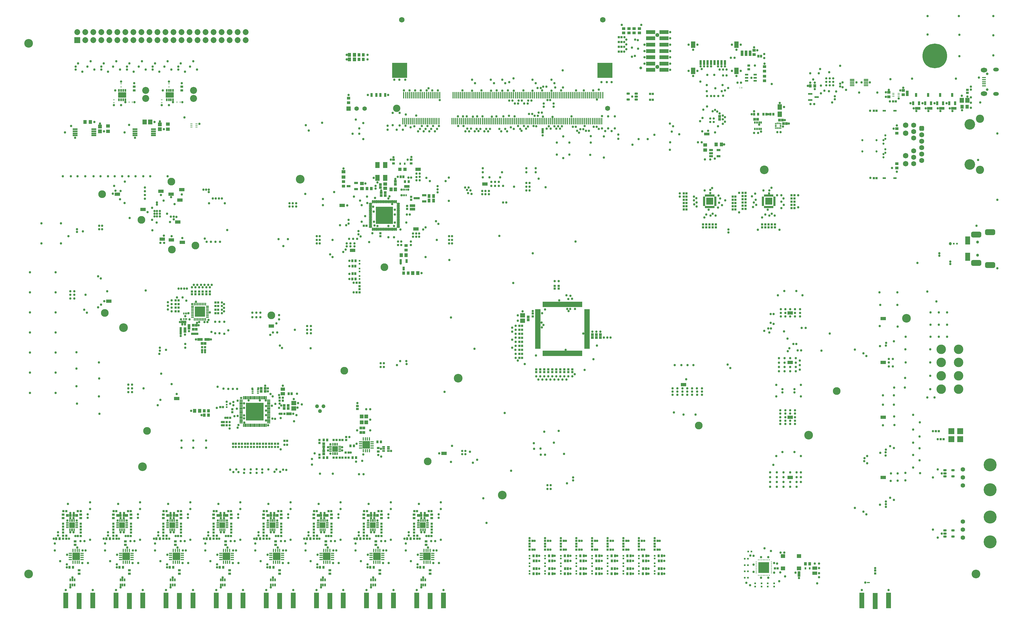
<source format=gbr>
%TF.GenerationSoftware,Altium Limited,Altium Designer,22.6.1 (34)*%
G04 Layer_Color=8388736*
%FSLAX26Y26*%
%MOIN*%
%TF.SameCoordinates,08F94D22-2ED8-4738-ABBF-34BB79D8E07D*%
%TF.FilePolarity,Negative*%
%TF.FileFunction,Soldermask,Top*%
%TF.Part,Single*%
G01*
G75*
%TA.AperFunction,SMDPad,CuDef*%
%ADD13R,0.128000X0.128000*%
%ADD14R,0.012000X0.032000*%
%ADD15R,0.032000X0.012000*%
%ADD16R,0.020000X0.022000*%
%ADD17R,0.014000X0.079000*%
%ADD18R,0.070866X0.039370*%
%ADD27R,0.029528X0.035433*%
%ADD28R,0.019685X0.019685*%
%ADD32R,0.022000X0.020000*%
%ADD33R,0.132000X0.132000*%
%ADD34R,0.010000X0.016000*%
%ADD35R,0.016000X0.010000*%
%ADD38R,0.023622X0.031496*%
%ADD40R,0.020472X0.020472*%
%ADD42R,0.018601X0.010727*%
%ADD43R,0.052000X0.023000*%
%ADD47R,0.094488X0.094488*%
%ADD54R,0.039559X0.015354*%
%ADD55R,0.015354X0.039559*%
%TA.AperFunction,ConnectorPad*%
%ADD56R,0.059055X0.204724*%
%ADD57R,0.062992X0.192913*%
%TA.AperFunction,SMDPad,CuDef*%
%ADD68R,0.035433X0.029528*%
%ADD73R,0.026000X0.009000*%
%ADD77R,0.010727X0.018601*%
%ADD78R,0.051181X0.017716*%
%ADD81R,0.094488X0.094488*%
%ADD87R,0.038500X0.022000*%
%ADD90R,0.023622X0.023622*%
%ADD93R,0.031496X0.059055*%
%ADD94R,0.057087X0.078740*%
%ADD95R,0.009842X0.019685*%
%ADD96R,0.009842X0.005906*%
%ADD100R,0.043748X0.023654*%
%ADD101R,0.053394X0.041521*%
%TA.AperFunction,ComponentPad*%
%ADD144C,0.096457*%
%ADD146R,0.054685X0.054685*%
%ADD147C,0.054685*%
%ADD148C,0.031496*%
G04:AMPARAMS|DCode=149|XSize=57.087mil|YSize=78.74mil|CornerRadius=28.543mil|HoleSize=0mil|Usage=FLASHONLY|Rotation=90.000|XOffset=0mil|YOffset=0mil|HoleType=Round|Shape=RoundedRectangle|*
%AMROUNDEDRECTD149*
21,1,0.057087,0.021654,0,0,90.0*
21,1,0.000000,0.078740,0,0,90.0*
1,1,0.057087,0.010827,0.000000*
1,1,0.057087,0.010827,0.000000*
1,1,0.057087,-0.010827,0.000000*
1,1,0.057087,-0.010827,0.000000*
%
%ADD149ROUNDEDRECTD149*%
G04:AMPARAMS|DCode=150|XSize=45.276mil|YSize=70.866mil|CornerRadius=22.638mil|HoleSize=0mil|Usage=FLASHONLY|Rotation=90.000|XOffset=0mil|YOffset=0mil|HoleType=Round|Shape=RoundedRectangle|*
%AMROUNDEDRECTD150*
21,1,0.045276,0.025590,0,0,90.0*
21,1,0.000000,0.070866,0,0,90.0*
1,1,0.045276,0.012795,0.000000*
1,1,0.045276,0.012795,0.000000*
1,1,0.045276,-0.012795,0.000000*
1,1,0.045276,-0.012795,0.000000*
%
%ADD150ROUNDEDRECTD150*%
%ADD151C,0.055000*%
%ADD159C,0.063000*%
%TA.AperFunction,SMDPad,CuDef*%
%ADD257R,0.039496X0.045402*%
%ADD258R,0.043433X0.035559*%
%ADD259R,0.045402X0.039496*%
%ADD261R,0.053276X0.063118*%
%ADD263R,0.032409X0.031228*%
G04:AMPARAMS|DCode=268|XSize=29.654mil|YSize=39.496mil|CornerRadius=5.949mil|HoleSize=0mil|Usage=FLASHONLY|Rotation=270.000|XOffset=0mil|YOffset=0mil|HoleType=Round|Shape=RoundedRectangle|*
%AMROUNDEDRECTD268*
21,1,0.029654,0.027599,0,0,270.0*
21,1,0.017756,0.039496,0,0,270.0*
1,1,0.011898,-0.013799,-0.008878*
1,1,0.011898,-0.013799,0.008878*
1,1,0.011898,0.013799,0.008878*
1,1,0.011898,0.013799,-0.008878*
%
%ADD268ROUNDEDRECTD268*%
%ADD269R,0.031228X0.032409*%
%ADD273R,0.032409X0.033984*%
%ADD274R,0.031622X0.029654*%
%ADD276R,0.063118X0.053276*%
%ADD277R,0.047370X0.049339*%
%ADD283R,0.035559X0.043433*%
%ADD285R,0.033984X0.032409*%
%ADD298R,0.057213X0.031622*%
%ADD299R,0.037528X0.045008*%
%ADD300R,0.029654X0.025716*%
%ADD304O,0.057874X0.016535*%
%TA.AperFunction,ComponentPad*%
%ADD311R,0.075913X0.075913*%
%ADD312C,0.028000*%
%ADD313C,0.086740*%
%ADD314C,0.162000*%
%ADD315C,0.072961*%
%ADD316R,0.072961X0.072961*%
%ADD317C,0.068000*%
G04:AMPARAMS|DCode=318|XSize=70.992mil|YSize=128.079mil|CornerRadius=19.748mil|HoleSize=0mil|Usage=FLASHONLY|Rotation=90.000|XOffset=0mil|YOffset=0mil|HoleType=Round|Shape=RoundedRectangle|*
%AMROUNDEDRECTD318*
21,1,0.070992,0.088583,0,0,90.0*
21,1,0.031496,0.128079,0,0,90.0*
1,1,0.039496,0.044291,0.015748*
1,1,0.039496,0.044291,-0.015748*
1,1,0.039496,-0.044291,-0.015748*
1,1,0.039496,-0.044291,0.015748*
%
%ADD318ROUNDEDRECTD318*%
%ADD319C,0.036543*%
%ADD320C,0.091000*%
%ADD321C,0.108000*%
%ADD322C,0.308000*%
%ADD323C,0.118000*%
%ADD324C,0.050520*%
%ADD325C,0.132016*%
%ADD326C,0.102488*%
%ADD327C,0.067843*%
%ADD328C,0.063118*%
G04:AMPARAMS|DCode=329|XSize=63.118mil|YSize=63.118mil|CornerRadius=17.779mil|HoleSize=0mil|Usage=FLASHONLY|Rotation=270.000|XOffset=0mil|YOffset=0mil|HoleType=Round|Shape=RoundedRectangle|*
%AMROUNDEDRECTD329*
21,1,0.063118,0.027559,0,0,270.0*
21,1,0.027559,0.063118,0,0,270.0*
1,1,0.035559,-0.013780,-0.013780*
1,1,0.035559,-0.013780,0.013780*
1,1,0.035559,0.013780,0.013780*
1,1,0.035559,0.013780,-0.013780*
%
%ADD329ROUNDEDRECTD329*%
%TA.AperFunction,ViaPad*%
%ADD330C,0.029654*%
%ADD331C,0.048000*%
%ADD332C,0.027000*%
%ADD333C,0.035559*%
%ADD334C,0.038000*%
%ADD335C,0.027685*%
%TA.AperFunction,SMDPad,SMDef*%
%ADD344R,0.001000X0.001000*%
%ADD345R,0.001000X0.001000*%
%TA.AperFunction,SMDPad,CuDef*%
%ADD346R,0.025716X0.029654*%
%ADD347R,0.017843X0.018827*%
%ADD348R,0.018827X0.017843*%
%ADD349R,0.053276X0.065087*%
%ADD350R,0.021779X0.027685*%
%ADD351R,0.030835X0.033984*%
%ADD352R,0.055244X0.047370*%
%ADD353R,0.062724X0.043827*%
%ADD354R,0.057213X0.076898*%
%ADD355R,0.028472X0.036346*%
%ADD356R,0.019811X0.035559*%
G04:AMPARAMS|DCode=357|XSize=15.874mil|YSize=25.716mil|CornerRadius=5.968mil|HoleSize=0mil|Usage=FLASHONLY|Rotation=0.000|XOffset=0mil|YOffset=0mil|HoleType=Round|Shape=RoundedRectangle|*
%AMROUNDEDRECTD357*
21,1,0.015874,0.013780,0,0,0.0*
21,1,0.003937,0.025716,0,0,0.0*
1,1,0.011937,0.001968,-0.006890*
1,1,0.011937,-0.001968,-0.006890*
1,1,0.011937,-0.001968,0.006890*
1,1,0.011937,0.001968,0.006890*
%
%ADD357ROUNDEDRECTD357*%
%ADD358R,0.036346X0.028472*%
%ADD359R,0.090677X0.090677*%
%ADD360R,0.027685X0.021779*%
%ADD361R,0.224535X0.224535*%
%ADD362O,0.043433X0.015874*%
%ADD363O,0.015874X0.043433*%
%ADD364R,0.067055X0.019811*%
%ADD365R,0.019811X0.067055*%
%ADD366R,0.029654X0.031622*%
%ADD367R,0.031622X0.049339*%
%ADD368R,0.212724X0.212724*%
%ADD369O,0.043433X0.017843*%
%ADD370O,0.017843X0.043433*%
%ADD371R,0.100520X0.070205*%
%ADD372R,0.021779X0.035559*%
%ADD373R,0.063118X0.019811*%
%ADD374R,0.051307X0.031622*%
%ADD375R,0.035559X0.019811*%
%ADD376R,0.051307X0.047370*%
%ADD377R,0.029654X0.045402*%
%ADD378R,0.018630X0.017843*%
%ADD379R,0.185000X0.189000*%
%ADD380R,0.031622X0.033591*%
%ADD381R,0.116268X0.047370*%
%ADD382R,0.059055X0.021654*%
G04:AMPARAMS|DCode=383|XSize=15.874mil|YSize=25.716mil|CornerRadius=5.968mil|HoleSize=0mil|Usage=FLASHONLY|Rotation=90.000|XOffset=0mil|YOffset=0mil|HoleType=Round|Shape=RoundedRectangle|*
%AMROUNDEDRECTD383*
21,1,0.015874,0.013780,0,0,90.0*
21,1,0.003937,0.025716,0,0,90.0*
1,1,0.011937,0.006890,0.001968*
1,1,0.011937,0.006890,-0.001968*
1,1,0.011937,-0.006890,-0.001968*
1,1,0.011937,-0.006890,0.001968*
%
%ADD383ROUNDEDRECTD383*%
%ADD384R,0.047370X0.043433*%
%ADD385R,0.043433X0.047370*%
%ADD386R,0.045402X0.031622*%
%ADD387R,0.031622X0.045402*%
%ADD388R,0.041465X0.043433*%
%ADD389R,0.045402X0.029654*%
%ADD390R,0.029654X0.045402*%
G36*
X4200000Y2028374D02*
Y2012626D01*
Y1997374D01*
Y1970000D01*
X4130000D01*
Y1997374D01*
Y2012626D01*
Y2028374D01*
Y2040000D01*
X4200000D01*
Y2028374D01*
D02*
G37*
G36*
X5295000Y1078374D02*
Y1062626D01*
Y1047374D01*
Y1020000D01*
X5225000D01*
Y1031626D01*
Y1047374D01*
Y1062626D01*
Y1078374D01*
Y1090000D01*
X5295000D01*
Y1078374D01*
D02*
G37*
G36*
X4670000D02*
Y1062626D01*
Y1047374D01*
Y1020000D01*
X4600000D01*
Y1031626D01*
Y1047374D01*
Y1062626D01*
Y1078374D01*
Y1090000D01*
X4670000D01*
Y1078374D01*
D02*
G37*
G36*
X4045000D02*
Y1062626D01*
Y1047374D01*
Y1020000D01*
X3975000D01*
Y1031626D01*
Y1047374D01*
Y1062626D01*
Y1078374D01*
Y1090000D01*
X4045000D01*
Y1078374D01*
D02*
G37*
G36*
X3420000D02*
Y1062626D01*
Y1047374D01*
Y1020000D01*
X3350000D01*
Y1031626D01*
Y1047374D01*
Y1062626D01*
Y1078374D01*
Y1090000D01*
X3420000D01*
Y1078374D01*
D02*
G37*
G36*
X2795000D02*
Y1062626D01*
Y1047374D01*
Y1020000D01*
X2725000D01*
Y1031626D01*
Y1047374D01*
Y1062626D01*
Y1078374D01*
Y1090000D01*
X2795000D01*
Y1078374D01*
D02*
G37*
G36*
X2170000D02*
Y1062626D01*
Y1047374D01*
Y1020000D01*
X2100000D01*
Y1031626D01*
Y1047374D01*
Y1062626D01*
Y1078374D01*
Y1090000D01*
X2170000D01*
Y1078374D01*
D02*
G37*
G36*
X1545000D02*
Y1062626D01*
Y1047374D01*
Y1020000D01*
X1475000D01*
Y1031626D01*
Y1047374D01*
Y1062626D01*
Y1078374D01*
Y1090000D01*
X1545000D01*
Y1078374D01*
D02*
G37*
G36*
X920000D02*
Y1062626D01*
Y1047374D01*
Y1020000D01*
X850000D01*
Y1031626D01*
Y1047374D01*
Y1062626D01*
Y1078374D01*
Y1090000D01*
X920000D01*
Y1078374D01*
D02*
G37*
%LPC*%
G36*
X4188374Y2028374D02*
X4172626D01*
Y2012626D01*
X4188374D01*
Y2028374D01*
D02*
G37*
G36*
X4157374D02*
X4141626D01*
Y2012626D01*
X4157374D01*
Y2028374D01*
D02*
G37*
G36*
X4188374Y1997374D02*
X4172626D01*
Y1981626D01*
X4188374D01*
Y1997374D01*
D02*
G37*
G36*
X4157374D02*
X4141626D01*
Y1981626D01*
X4157374D01*
Y1997374D01*
D02*
G37*
G36*
X5283374Y1078374D02*
X5267626D01*
Y1062626D01*
X5283374D01*
Y1078374D01*
D02*
G37*
G36*
X5252374D02*
X5236626D01*
Y1062626D01*
X5252374D01*
Y1078374D01*
D02*
G37*
G36*
X5283374Y1047374D02*
X5267626D01*
Y1031626D01*
X5283374D01*
Y1047374D01*
D02*
G37*
G36*
X5252374D02*
X5236626D01*
Y1031626D01*
X5252374D01*
Y1047374D01*
D02*
G37*
G36*
X4658374Y1078374D02*
X4642626D01*
Y1062626D01*
X4658374D01*
Y1078374D01*
D02*
G37*
G36*
X4627374D02*
X4611626D01*
Y1062626D01*
X4627374D01*
Y1078374D01*
D02*
G37*
G36*
X4658374Y1047374D02*
X4642626D01*
Y1031626D01*
X4658374D01*
Y1047374D01*
D02*
G37*
G36*
X4627374D02*
X4611626D01*
Y1031626D01*
X4627374D01*
Y1047374D01*
D02*
G37*
G36*
X4033374Y1078374D02*
X4017626D01*
Y1062626D01*
X4033374D01*
Y1078374D01*
D02*
G37*
G36*
X4002374D02*
X3986626D01*
Y1062626D01*
X4002374D01*
Y1078374D01*
D02*
G37*
G36*
X4033374Y1047374D02*
X4017626D01*
Y1031626D01*
X4033374D01*
Y1047374D01*
D02*
G37*
G36*
X4002374D02*
X3986626D01*
Y1031626D01*
X4002374D01*
Y1047374D01*
D02*
G37*
G36*
X3408374Y1078374D02*
X3392626D01*
Y1062626D01*
X3408374D01*
Y1078374D01*
D02*
G37*
G36*
X3377374D02*
X3361626D01*
Y1062626D01*
X3377374D01*
Y1078374D01*
D02*
G37*
G36*
X3408374Y1047374D02*
X3392626D01*
Y1031626D01*
X3408374D01*
Y1047374D01*
D02*
G37*
G36*
X3377374D02*
X3361626D01*
Y1031626D01*
X3377374D01*
Y1047374D01*
D02*
G37*
G36*
X2783374Y1078374D02*
X2767626D01*
Y1062626D01*
X2783374D01*
Y1078374D01*
D02*
G37*
G36*
X2752374D02*
X2736626D01*
Y1062626D01*
X2752374D01*
Y1078374D01*
D02*
G37*
G36*
X2783374Y1047374D02*
X2767626D01*
Y1031626D01*
X2783374D01*
Y1047374D01*
D02*
G37*
G36*
X2752374D02*
X2736626D01*
Y1031626D01*
X2752374D01*
Y1047374D01*
D02*
G37*
G36*
X2158374Y1078374D02*
X2142626D01*
Y1062626D01*
X2158374D01*
Y1078374D01*
D02*
G37*
G36*
X2127374D02*
X2111626D01*
Y1062626D01*
X2127374D01*
Y1078374D01*
D02*
G37*
G36*
X2158374Y1047374D02*
X2142626D01*
Y1031626D01*
X2158374D01*
Y1047374D01*
D02*
G37*
G36*
X2127374D02*
X2111626D01*
Y1031626D01*
X2127374D01*
Y1047374D01*
D02*
G37*
G36*
X1533374Y1078374D02*
X1517626D01*
Y1062626D01*
X1533374D01*
Y1078374D01*
D02*
G37*
G36*
X1502374D02*
X1486626D01*
Y1062626D01*
X1502374D01*
Y1078374D01*
D02*
G37*
G36*
X1533374Y1047374D02*
X1517626D01*
Y1031626D01*
X1533374D01*
Y1047374D01*
D02*
G37*
G36*
X1502374D02*
X1486626D01*
Y1031626D01*
X1502374D01*
Y1047374D01*
D02*
G37*
G36*
X908374Y1078374D02*
X892626D01*
Y1062626D01*
X908374D01*
Y1078374D01*
D02*
G37*
G36*
X877374D02*
X861626D01*
Y1062626D01*
X877374D01*
Y1078374D01*
D02*
G37*
G36*
X908374Y1047374D02*
X892626D01*
Y1031626D01*
X908374D01*
Y1047374D01*
D02*
G37*
G36*
X877374D02*
X861626D01*
Y1031626D01*
X877374D01*
Y1047374D01*
D02*
G37*
%LPD*%
D13*
X2480000Y3715000D02*
D03*
D14*
X2548898Y3620500D02*
D03*
X2529213D02*
D03*
X2509528D02*
D03*
X2489843D02*
D03*
X2470157D02*
D03*
X2450472D02*
D03*
X2430787D02*
D03*
X2411102D02*
D03*
Y3809500D02*
D03*
X2430787D02*
D03*
X2450472D02*
D03*
X2470157D02*
D03*
X2489843D02*
D03*
X2509528D02*
D03*
X2529213D02*
D03*
X2548898D02*
D03*
X4664528Y997000D02*
D03*
X4644842D02*
D03*
X4625158D02*
D03*
X4605472D02*
D03*
Y1113000D02*
D03*
X4625158D02*
D03*
X4644842D02*
D03*
X4664528D02*
D03*
X5289528Y997000D02*
D03*
X5269842D02*
D03*
X5250158D02*
D03*
X5230472D02*
D03*
Y1113000D02*
D03*
X5250158D02*
D03*
X5269842D02*
D03*
X5289528D02*
D03*
X3414528Y997000D02*
D03*
X3394843D02*
D03*
X3375157D02*
D03*
X3355472D02*
D03*
Y1113000D02*
D03*
X3375157D02*
D03*
X3394843D02*
D03*
X3414528D02*
D03*
X914528Y997000D02*
D03*
X894842D02*
D03*
X875158D02*
D03*
X855472D02*
D03*
Y1113000D02*
D03*
X875158D02*
D03*
X894842D02*
D03*
X914528D02*
D03*
X4194528Y1947000D02*
D03*
X4174842D02*
D03*
X4155158D02*
D03*
X4135472D02*
D03*
Y2063000D02*
D03*
X4155158D02*
D03*
X4174842D02*
D03*
X4194528D02*
D03*
X4039528Y1113000D02*
D03*
X4019843D02*
D03*
X4000157D02*
D03*
X3980472D02*
D03*
Y997000D02*
D03*
X4000157D02*
D03*
X4019843D02*
D03*
X4039528D02*
D03*
X2789528Y1113000D02*
D03*
X2769843D02*
D03*
X2750157D02*
D03*
X2730472D02*
D03*
Y997000D02*
D03*
X2750157D02*
D03*
X2769843D02*
D03*
X2789528D02*
D03*
X2164528Y1113000D02*
D03*
X2144843D02*
D03*
X2125157D02*
D03*
X2105472D02*
D03*
Y997000D02*
D03*
X2125157D02*
D03*
X2144843D02*
D03*
X2164528D02*
D03*
X1539528Y1113000D02*
D03*
X1519842D02*
D03*
X1500158D02*
D03*
X1480472D02*
D03*
Y997000D02*
D03*
X1500158D02*
D03*
X1519842D02*
D03*
X1539528D02*
D03*
D15*
X2385500Y3646102D02*
D03*
Y3665787D02*
D03*
Y3685472D02*
D03*
Y3705157D02*
D03*
Y3724843D02*
D03*
Y3744528D02*
D03*
Y3764213D02*
D03*
Y3783898D02*
D03*
X2574500D02*
D03*
Y3764213D02*
D03*
Y3744528D02*
D03*
Y3724843D02*
D03*
Y3705157D02*
D03*
Y3685472D02*
D03*
Y3665787D02*
D03*
Y3646102D02*
D03*
X4577000Y1025472D02*
D03*
Y1045158D02*
D03*
Y1064842D02*
D03*
Y1084528D02*
D03*
X4693000D02*
D03*
Y1064842D02*
D03*
Y1045158D02*
D03*
Y1025472D02*
D03*
X5202000D02*
D03*
Y1045158D02*
D03*
Y1064842D02*
D03*
Y1084528D02*
D03*
X5318000D02*
D03*
Y1064842D02*
D03*
Y1045158D02*
D03*
Y1025472D02*
D03*
X3327000D02*
D03*
Y1045158D02*
D03*
Y1064842D02*
D03*
Y1084528D02*
D03*
X3443000D02*
D03*
Y1064842D02*
D03*
Y1045158D02*
D03*
Y1025472D02*
D03*
X827000D02*
D03*
Y1045158D02*
D03*
Y1064842D02*
D03*
Y1084528D02*
D03*
X943000D02*
D03*
Y1064842D02*
D03*
Y1045158D02*
D03*
Y1025472D02*
D03*
X4223000Y2034528D02*
D03*
Y2014842D02*
D03*
Y1995158D02*
D03*
Y1975472D02*
D03*
X4107000D02*
D03*
Y1995158D02*
D03*
Y2014842D02*
D03*
Y2034528D02*
D03*
X4068000Y1025472D02*
D03*
Y1045158D02*
D03*
Y1064842D02*
D03*
Y1084528D02*
D03*
X3952000D02*
D03*
Y1064842D02*
D03*
Y1045158D02*
D03*
Y1025472D02*
D03*
X2818000D02*
D03*
Y1045158D02*
D03*
Y1064842D02*
D03*
Y1084528D02*
D03*
X2702000D02*
D03*
Y1064842D02*
D03*
Y1045158D02*
D03*
Y1025472D02*
D03*
X2193000D02*
D03*
Y1045158D02*
D03*
Y1064842D02*
D03*
Y1084528D02*
D03*
X2077000D02*
D03*
Y1064842D02*
D03*
Y1045158D02*
D03*
Y1025472D02*
D03*
X1568000D02*
D03*
Y1045158D02*
D03*
Y1064842D02*
D03*
Y1084528D02*
D03*
X1452000D02*
D03*
Y1064842D02*
D03*
Y1045158D02*
D03*
Y1025472D02*
D03*
D16*
X9317402Y724016D02*
D03*
X9357402D02*
D03*
X9314961Y398858D02*
D03*
X9274961D02*
D03*
Y555814D02*
D03*
X9314961D02*
D03*
Y634291D02*
D03*
X9274961D02*
D03*
Y477336D02*
D03*
X9314961D02*
D03*
D17*
X6190853Y6088500D02*
D03*
X5009843D02*
D03*
X5021654Y6411500D02*
D03*
X5033463Y6088500D02*
D03*
X5045274Y6411500D02*
D03*
X5057083Y6088500D02*
D03*
X5068894Y6411500D02*
D03*
X5080703Y6088500D02*
D03*
X5092514Y6411500D02*
D03*
X5104323Y6088500D02*
D03*
X5116134Y6411500D02*
D03*
X5127943Y6088500D02*
D03*
X5139754Y6411500D02*
D03*
X5151563Y6088500D02*
D03*
X5163374Y6411500D02*
D03*
X5175183Y6088500D02*
D03*
X5186994Y6411500D02*
D03*
X5198803Y6088500D02*
D03*
X5210614Y6411500D02*
D03*
X5222423Y6088500D02*
D03*
X5234234Y6411500D02*
D03*
X5246043Y6088500D02*
D03*
X5257854Y6411500D02*
D03*
X5269663Y6088500D02*
D03*
X5281474Y6411500D02*
D03*
X5293283Y6088500D02*
D03*
X5305094Y6411500D02*
D03*
X5316903Y6088500D02*
D03*
X5328714Y6411500D02*
D03*
X5340523Y6088500D02*
D03*
X5352334Y6411500D02*
D03*
X5364143Y6088500D02*
D03*
X5375954Y6411500D02*
D03*
X5387763Y6088500D02*
D03*
X5399574Y6411500D02*
D03*
X5411383Y6088500D02*
D03*
X5423194Y6411500D02*
D03*
X5435003Y6088500D02*
D03*
X5446814Y6411500D02*
D03*
X5458623Y6088500D02*
D03*
X5470434Y6411500D02*
D03*
X5623973Y6088500D02*
D03*
X5635784Y6411500D02*
D03*
X5647593Y6088500D02*
D03*
X5659404Y6411500D02*
D03*
X5671213Y6088500D02*
D03*
X5683024Y6411500D02*
D03*
X5694833Y6088500D02*
D03*
X5706644Y6411500D02*
D03*
X5718453Y6088500D02*
D03*
X5730264Y6411500D02*
D03*
X5742073Y6088500D02*
D03*
X5753884Y6411500D02*
D03*
X5765693Y6088500D02*
D03*
X5777504Y6411500D02*
D03*
X5789313Y6088500D02*
D03*
X5801124Y6411500D02*
D03*
X5812933Y6088500D02*
D03*
X5824744Y6411500D02*
D03*
X5836553Y6088500D02*
D03*
X5848364Y6411500D02*
D03*
X5860173Y6088500D02*
D03*
X5871984Y6411500D02*
D03*
X5883793Y6088500D02*
D03*
X5895604Y6411500D02*
D03*
X5907413Y6088500D02*
D03*
X5919224Y6411500D02*
D03*
X5931033Y6088500D02*
D03*
X5942844Y6411500D02*
D03*
X5954653Y6088500D02*
D03*
X5966464Y6411500D02*
D03*
X5978273Y6088500D02*
D03*
X5990084Y6411500D02*
D03*
X6001893Y6088500D02*
D03*
X6013704Y6411500D02*
D03*
X6025513Y6088500D02*
D03*
X6037324Y6411500D02*
D03*
X6049133Y6088500D02*
D03*
X6060944Y6411500D02*
D03*
X6072753Y6088500D02*
D03*
X6084564Y6411500D02*
D03*
X6096373Y6088500D02*
D03*
X6108184Y6411500D02*
D03*
X6119993Y6088500D02*
D03*
X6131804Y6411500D02*
D03*
X6143613Y6088500D02*
D03*
X6155424Y6411500D02*
D03*
X6167233Y6088500D02*
D03*
X6179044Y6411500D02*
D03*
X6202664D02*
D03*
X6214473Y6088500D02*
D03*
X6226284Y6411500D02*
D03*
X6238093Y6088500D02*
D03*
X6249904Y6411500D02*
D03*
X6261713Y6088500D02*
D03*
X6273524Y6411500D02*
D03*
X6285333Y6088500D02*
D03*
X6297144Y6411500D02*
D03*
X6308953Y6088500D02*
D03*
X6320764Y6411500D02*
D03*
X6332573Y6088500D02*
D03*
X6344384Y6411500D02*
D03*
X6356193Y6088500D02*
D03*
X6368004Y6411500D02*
D03*
X6379813Y6088500D02*
D03*
X6391624Y6411500D02*
D03*
X6403433Y6088500D02*
D03*
X6415244Y6411500D02*
D03*
X6427053Y6088500D02*
D03*
X6438864Y6411500D02*
D03*
X6450673Y6088500D02*
D03*
X6462484Y6411500D02*
D03*
X6474293Y6088500D02*
D03*
X6486104Y6411500D02*
D03*
X6497913Y6088500D02*
D03*
X6509724Y6411500D02*
D03*
X6521533Y6088500D02*
D03*
X6533344Y6411500D02*
D03*
X6545153Y6088500D02*
D03*
X6556964Y6411500D02*
D03*
X6568773Y6088500D02*
D03*
X6580584Y6411500D02*
D03*
X6592393Y6088500D02*
D03*
X6604204Y6411500D02*
D03*
X6616013Y6088500D02*
D03*
X6627824Y6411500D02*
D03*
X6639633Y6088500D02*
D03*
X6651444Y6411500D02*
D03*
X6663253Y6088500D02*
D03*
X6675064Y6411500D02*
D03*
X6686873Y6088500D02*
D03*
X6698684Y6411500D02*
D03*
X6710493Y6088500D02*
D03*
X6722304Y6411500D02*
D03*
X6734113Y6088500D02*
D03*
X6745924Y6411500D02*
D03*
X6757733Y6088500D02*
D03*
X6769544Y6411500D02*
D03*
X6781353Y6088500D02*
D03*
X6793164Y6411500D02*
D03*
X6804973Y6088500D02*
D03*
X6816784Y6411500D02*
D03*
X6828593Y6088500D02*
D03*
X6840404Y6411500D02*
D03*
X6852213Y6088500D02*
D03*
X6864024Y6411500D02*
D03*
X6875833Y6088500D02*
D03*
X6887644Y6411500D02*
D03*
X6899453Y6088500D02*
D03*
X6911264Y6411500D02*
D03*
X6923073Y6088500D02*
D03*
X6934884Y6411500D02*
D03*
X6946693Y6088500D02*
D03*
X6958504Y6411500D02*
D03*
X6970313Y6088500D02*
D03*
X6982124Y6411500D02*
D03*
X6993933Y6088500D02*
D03*
X7005744Y6411500D02*
D03*
X7017553Y6088500D02*
D03*
X7029364Y6411500D02*
D03*
X7041173Y6088500D02*
D03*
X7052984Y6411500D02*
D03*
X7064793Y6088500D02*
D03*
X7076604Y6411500D02*
D03*
X7088413Y6088500D02*
D03*
X7100224Y6411500D02*
D03*
X7112033Y6088500D02*
D03*
X7123844Y6411500D02*
D03*
X7135653Y6088500D02*
D03*
X7147464Y6411500D02*
D03*
X7159273Y6088500D02*
D03*
X7171084Y6411500D02*
D03*
X7182893Y6088500D02*
D03*
X7194704Y6411500D02*
D03*
X7206513Y6088500D02*
D03*
X7218324Y6411500D02*
D03*
X7230133Y6088500D02*
D03*
X7241944Y6411500D02*
D03*
X7253753Y6088500D02*
D03*
X7265564Y6411500D02*
D03*
X7277373Y6088500D02*
D03*
X7289184Y6411500D02*
D03*
X7300993Y6088500D02*
D03*
X7312804Y6411500D02*
D03*
X7324613Y6088500D02*
D03*
X7336424Y6411500D02*
D03*
X7348233Y6088500D02*
D03*
X7360044Y6411500D02*
D03*
X7371853Y6088500D02*
D03*
X7383664Y6411500D02*
D03*
X7395473Y6088500D02*
D03*
X7407284Y6411500D02*
D03*
X7419093Y6088500D02*
D03*
X7430904Y6411500D02*
D03*
X7442713Y6088500D02*
D03*
X7454524Y6411500D02*
D03*
X7466333Y6088500D02*
D03*
X7478144Y6411500D02*
D03*
X7489953Y6088500D02*
D03*
X7501764Y6411500D02*
D03*
D18*
X5522047Y1947480D02*
D03*
X1991811Y5215000D02*
D03*
X11000000Y1650000D02*
D03*
X2230000Y5105000D02*
D03*
X2260000Y4580000D02*
D03*
X2255000Y5235000D02*
D03*
X1450000Y5180000D02*
D03*
X1770000Y4990000D02*
D03*
X2120000Y5180000D02*
D03*
X2205000Y4830945D02*
D03*
X2125000Y4610000D02*
D03*
X2010000Y4620000D02*
D03*
X5200000Y5490000D02*
D03*
X8510000Y2805000D02*
D03*
X6033858Y5306870D02*
D03*
X9840000Y3700000D02*
D03*
Y3080709D02*
D03*
X11000000D02*
D03*
X2189724Y2633858D02*
D03*
X4385000Y4480000D02*
D03*
X5175000Y4745000D02*
D03*
X4255000Y5040000D02*
D03*
X11000000Y3630000D02*
D03*
X3370000Y3535000D02*
D03*
X1345000Y3845000D02*
D03*
X9840000Y2400000D02*
D03*
X11000000D02*
D03*
X9840000Y1650000D02*
D03*
D27*
X9438425Y6175709D02*
D03*
X9391181D02*
D03*
X5083622Y5335000D02*
D03*
X5036378D02*
D03*
D28*
X8149999Y637756D02*
D03*
Y673189D02*
D03*
Y542756D02*
D03*
Y578189D02*
D03*
Y447756D02*
D03*
Y483189D02*
D03*
X6980000Y447756D02*
D03*
Y483189D02*
D03*
Y542756D02*
D03*
Y578189D02*
D03*
X7175000Y447756D02*
D03*
Y483189D02*
D03*
Y542756D02*
D03*
Y578189D02*
D03*
Y637756D02*
D03*
Y673189D02*
D03*
X6980000Y637756D02*
D03*
Y673189D02*
D03*
X7565000Y447756D02*
D03*
Y483189D02*
D03*
X7370000Y447756D02*
D03*
Y483189D02*
D03*
Y542756D02*
D03*
Y578189D02*
D03*
X7565000Y542756D02*
D03*
Y578189D02*
D03*
Y637756D02*
D03*
Y673189D02*
D03*
X7370000Y637756D02*
D03*
Y673189D02*
D03*
X6590000Y447756D02*
D03*
Y483189D02*
D03*
Y637756D02*
D03*
Y673189D02*
D03*
Y542756D02*
D03*
Y578189D02*
D03*
X6785000Y447756D02*
D03*
Y483189D02*
D03*
Y542756D02*
D03*
Y578189D02*
D03*
Y637756D02*
D03*
Y673189D02*
D03*
X7759999Y447756D02*
D03*
Y483189D02*
D03*
Y542756D02*
D03*
Y578189D02*
D03*
Y637756D02*
D03*
Y673189D02*
D03*
X7955000Y637756D02*
D03*
Y673189D02*
D03*
Y542756D02*
D03*
Y578189D02*
D03*
Y447756D02*
D03*
Y483189D02*
D03*
X4470000Y4312283D02*
D03*
Y4347717D02*
D03*
Y4157717D02*
D03*
Y4122283D02*
D03*
Y4252717D02*
D03*
Y4217283D02*
D03*
D32*
X9560630Y329803D02*
D03*
Y289803D02*
D03*
X9482165Y329803D02*
D03*
Y289803D02*
D03*
X9639094Y329803D02*
D03*
Y289803D02*
D03*
X9403701Y329803D02*
D03*
Y289803D02*
D03*
D33*
X9511575Y526417D02*
D03*
D34*
X9560800Y429961D02*
D03*
X9521420D02*
D03*
X9482040D02*
D03*
X9442660D02*
D03*
Y622874D02*
D03*
X9482040D02*
D03*
X9501730D02*
D03*
X9521420D02*
D03*
X9541110D02*
D03*
X9560800D02*
D03*
X9580490D02*
D03*
Y429961D02*
D03*
X9541110D02*
D03*
X9501730D02*
D03*
X9462350D02*
D03*
Y622874D02*
D03*
D35*
X9415118Y477192D02*
D03*
Y516572D02*
D03*
Y555952D02*
D03*
Y595332D02*
D03*
X9608031D02*
D03*
Y575642D02*
D03*
Y555952D02*
D03*
Y536262D02*
D03*
Y496882D02*
D03*
Y477192D02*
D03*
Y457502D02*
D03*
X9415118D02*
D03*
Y496882D02*
D03*
Y536262D02*
D03*
Y575642D02*
D03*
X9608031Y516572D02*
D03*
D38*
X10084134Y516417D02*
D03*
X10029016D02*
D03*
X4977441Y5560000D02*
D03*
X5032559D02*
D03*
D40*
X2815000Y2525000D02*
D03*
Y2556496D02*
D03*
D42*
X1407614Y6356929D02*
D03*
Y6317559D02*
D03*
X2002598D02*
D03*
Y6356929D02*
D03*
X2092205Y6554685D02*
D03*
Y6515315D02*
D03*
X1497205Y6554685D02*
D03*
Y6515315D02*
D03*
D43*
X10090000Y6427402D02*
D03*
Y6352598D02*
D03*
X10170000Y6390000D02*
D03*
D47*
X1561614Y665000D02*
D03*
X4686614D02*
D03*
X5311614D02*
D03*
X936614D02*
D03*
X4061614D02*
D03*
X3436614D02*
D03*
X2811614D02*
D03*
X2186614D02*
D03*
D54*
X4759543Y703386D02*
D03*
Y677795D02*
D03*
Y652205D02*
D03*
Y626614D02*
D03*
X4613685D02*
D03*
Y652205D02*
D03*
Y677795D02*
D03*
Y703386D02*
D03*
X5384543D02*
D03*
Y677795D02*
D03*
Y652205D02*
D03*
Y626614D02*
D03*
X5238685D02*
D03*
Y652205D02*
D03*
Y677795D02*
D03*
Y703386D02*
D03*
X1009543D02*
D03*
Y677795D02*
D03*
Y652205D02*
D03*
Y626614D02*
D03*
X863685D02*
D03*
Y652205D02*
D03*
Y677795D02*
D03*
Y703386D02*
D03*
X4627929Y2093386D02*
D03*
Y2067795D02*
D03*
Y2042205D02*
D03*
Y2016614D02*
D03*
X4482071D02*
D03*
Y2042205D02*
D03*
Y2067795D02*
D03*
Y2093386D02*
D03*
X3988685Y703386D02*
D03*
Y677795D02*
D03*
Y652205D02*
D03*
Y626614D02*
D03*
X4134543D02*
D03*
Y652205D02*
D03*
Y677795D02*
D03*
Y703386D02*
D03*
X3363685D02*
D03*
Y677795D02*
D03*
Y652205D02*
D03*
Y626614D02*
D03*
X3509543D02*
D03*
Y652205D02*
D03*
Y677795D02*
D03*
Y703386D02*
D03*
X2738685D02*
D03*
Y677795D02*
D03*
Y652205D02*
D03*
Y626614D02*
D03*
X2884543D02*
D03*
Y652205D02*
D03*
Y677795D02*
D03*
Y703386D02*
D03*
X2113685D02*
D03*
Y677795D02*
D03*
Y652205D02*
D03*
Y626614D02*
D03*
X2259543D02*
D03*
Y652205D02*
D03*
Y677795D02*
D03*
Y703386D02*
D03*
X1488685D02*
D03*
Y677795D02*
D03*
Y652205D02*
D03*
Y626614D02*
D03*
X1634543D02*
D03*
Y652205D02*
D03*
Y677795D02*
D03*
Y703386D02*
D03*
D55*
X4725000Y592071D02*
D03*
X4699409D02*
D03*
X4673819D02*
D03*
X4648228D02*
D03*
Y737929D02*
D03*
X4673819D02*
D03*
X4699409D02*
D03*
X4725000D02*
D03*
X5350000Y592071D02*
D03*
X5324409D02*
D03*
X5298819D02*
D03*
X5273228D02*
D03*
Y737929D02*
D03*
X5298819D02*
D03*
X5324409D02*
D03*
X5350000D02*
D03*
X975000Y592071D02*
D03*
X949409D02*
D03*
X923819D02*
D03*
X898228D02*
D03*
Y737929D02*
D03*
X923819D02*
D03*
X949409D02*
D03*
X975000D02*
D03*
X4516614Y2127929D02*
D03*
X4542205D02*
D03*
X4567795D02*
D03*
X4593386D02*
D03*
Y1982071D02*
D03*
X4567795D02*
D03*
X4542205D02*
D03*
X4516614D02*
D03*
X4100000Y737929D02*
D03*
X4074409D02*
D03*
X4048819D02*
D03*
X4023228D02*
D03*
Y592071D02*
D03*
X4048819D02*
D03*
X4074409D02*
D03*
X4100000D02*
D03*
X3475000Y737929D02*
D03*
X3449409D02*
D03*
X3423819D02*
D03*
X3398228D02*
D03*
Y592071D02*
D03*
X3423819D02*
D03*
X3449409D02*
D03*
X3475000D02*
D03*
X2850000Y737929D02*
D03*
X2824409D02*
D03*
X2798819D02*
D03*
X2773228D02*
D03*
Y592071D02*
D03*
X2798819D02*
D03*
X2824409D02*
D03*
X2850000D02*
D03*
X2225000Y737929D02*
D03*
X2199409D02*
D03*
X2173819D02*
D03*
X2148228D02*
D03*
Y592071D02*
D03*
X2173819D02*
D03*
X2199409D02*
D03*
X2225000D02*
D03*
X1600000Y737929D02*
D03*
X1574409D02*
D03*
X1548819D02*
D03*
X1523228D02*
D03*
Y592071D02*
D03*
X1548819D02*
D03*
X1574409D02*
D03*
X1600000D02*
D03*
D56*
X4725000Y109858D02*
D03*
X5350000D02*
D03*
X10900000D02*
D03*
X4100000D02*
D03*
X3475000D02*
D03*
X2850000D02*
D03*
X2225000D02*
D03*
X1600000D02*
D03*
X975000D02*
D03*
D57*
X4557677Y115764D02*
D03*
X4892323D02*
D03*
X5182677D02*
D03*
X5517323D02*
D03*
X10732677D02*
D03*
X11067323D02*
D03*
X4267323D02*
D03*
X3932677D02*
D03*
X3642323D02*
D03*
X3307677D02*
D03*
X3017323D02*
D03*
X2682677D02*
D03*
X2392323D02*
D03*
X2057677D02*
D03*
X1767323D02*
D03*
X1432677D02*
D03*
X1142323D02*
D03*
X807677D02*
D03*
D68*
X5115000Y5561378D02*
D03*
Y5608622D02*
D03*
X2255000Y6473071D02*
D03*
Y6520315D02*
D03*
X1660000Y6473071D02*
D03*
Y6520315D02*
D03*
X9325000Y6783622D02*
D03*
Y6736378D02*
D03*
X4895000Y5608622D02*
D03*
Y5561378D02*
D03*
D73*
X2437500Y6054685D02*
D03*
Y6035000D02*
D03*
Y6015315D02*
D03*
X2372500D02*
D03*
Y6035000D02*
D03*
Y6054685D02*
D03*
X11127500Y6437126D02*
D03*
Y6417441D02*
D03*
Y6397756D02*
D03*
X11192500D02*
D03*
Y6417441D02*
D03*
Y6437126D02*
D03*
D77*
X2232677Y6327008D02*
D03*
X2193307D02*
D03*
X1637685D02*
D03*
X1598315D02*
D03*
D78*
X12255827Y6528819D02*
D03*
Y6554409D02*
D03*
Y6580000D02*
D03*
Y6605591D02*
D03*
Y6631181D02*
D03*
D81*
X4555000Y2055000D02*
D03*
D87*
X9403750Y6667402D02*
D03*
X9296250Y6592598D02*
D03*
Y6630000D02*
D03*
Y6667402D02*
D03*
X9403750Y6630000D02*
D03*
Y6592598D02*
D03*
D90*
X11879331Y4562008D02*
D03*
X11920669D02*
D03*
D93*
X8723031Y6817323D02*
D03*
X8766339D02*
D03*
X8809646D02*
D03*
X8852953D02*
D03*
X8896260D02*
D03*
X8939567D02*
D03*
X8982874D02*
D03*
X9026181D02*
D03*
D94*
X9170669Y6714961D02*
D03*
Y7041732D02*
D03*
X8629331D02*
D03*
Y6714961D02*
D03*
D95*
X9237795Y6505000D02*
D03*
D96*
X9212205Y6498110D02*
D03*
Y6511890D02*
D03*
D100*
X11012087Y6220000D02*
D03*
X11147913D02*
D03*
X11012087Y5380000D02*
D03*
X11147913D02*
D03*
D101*
X3515000Y2748574D02*
D03*
Y2691426D02*
D03*
D144*
X1295000Y3700000D02*
D03*
X1750000Y4860000D02*
D03*
X1260000Y5180000D02*
D03*
X2130000Y4490000D02*
D03*
X2425000Y4540000D02*
D03*
X2125000Y5335000D02*
D03*
X8700000Y2295000D02*
D03*
X10420000Y2725000D02*
D03*
X5320000Y1850000D02*
D03*
X1820000Y2230000D02*
D03*
X4280000Y2980000D02*
D03*
X4780000Y4270000D02*
D03*
X3370000Y3670000D02*
D03*
D146*
X4335000Y6245236D02*
D03*
D147*
X4435000D02*
D03*
X4535000D02*
D03*
D148*
X12297165Y6678425D02*
D03*
Y6481575D02*
D03*
D149*
X12255827Y6433346D02*
D03*
Y6726654D02*
D03*
D150*
X12405433Y6427441D02*
D03*
Y6732559D02*
D03*
D151*
X11995000Y1750000D02*
D03*
Y1650000D02*
D03*
Y1550000D02*
D03*
Y1100000D02*
D03*
Y1000000D02*
D03*
Y900000D02*
D03*
D159*
X7564961Y6250000D02*
D03*
D257*
X4407480Y6860000D02*
D03*
X4342520D02*
D03*
X4407480Y6915000D02*
D03*
X4342520D02*
D03*
X8982480Y5800000D02*
D03*
X8917520D02*
D03*
X1112480Y6080000D02*
D03*
X1047520D02*
D03*
X12047480Y6270000D02*
D03*
X11982520D02*
D03*
X2412520Y2480000D02*
D03*
X2477480D02*
D03*
X5197480Y4195000D02*
D03*
X5132520D02*
D03*
X4916575Y5240000D02*
D03*
X4863425D02*
D03*
D258*
X4335000Y6319173D02*
D03*
Y6374291D02*
D03*
X11170000Y5559559D02*
D03*
Y5504441D02*
D03*
X9520000Y6592441D02*
D03*
Y6647559D02*
D03*
Y6712441D02*
D03*
Y6767559D02*
D03*
X7830000Y7187441D02*
D03*
Y7242559D02*
D03*
X7960000Y7187441D02*
D03*
Y7242559D02*
D03*
X7765000Y7187441D02*
D03*
Y7242559D02*
D03*
X7895000Y7187441D02*
D03*
Y7242559D02*
D03*
X9390000Y6917441D02*
D03*
Y6972559D02*
D03*
X11170000Y5994559D02*
D03*
Y5939441D02*
D03*
X11070000Y6392441D02*
D03*
Y6447559D02*
D03*
X11250000Y6472559D02*
D03*
Y6417441D02*
D03*
X5051496Y4482441D02*
D03*
Y4537559D02*
D03*
X4270000Y5280000D02*
D03*
Y5335118D02*
D03*
D259*
X4789842Y5253425D02*
D03*
Y5306575D02*
D03*
X8780000Y5727520D02*
D03*
Y5792480D02*
D03*
X1335000Y5962795D02*
D03*
Y6027756D02*
D03*
X2080000Y5988386D02*
D03*
Y6053346D02*
D03*
X4270000Y5457480D02*
D03*
Y5392520D02*
D03*
D261*
X1858465Y6080000D02*
D03*
X1791535D02*
D03*
X11981535Y6350000D02*
D03*
X12048465D02*
D03*
D263*
X4445000Y2537913D02*
D03*
Y2502087D02*
D03*
X12050000Y6442087D02*
D03*
Y6477913D02*
D03*
D268*
X11769803Y1737402D02*
D03*
Y1700000D02*
D03*
Y1662599D02*
D03*
X11870197D02*
D03*
Y1737402D02*
D03*
X11769803Y987402D02*
D03*
Y950000D02*
D03*
Y912598D02*
D03*
X11870197D02*
D03*
Y987402D02*
D03*
X7819803Y6357598D02*
D03*
Y6432401D02*
D03*
X7920197D02*
D03*
Y6395000D02*
D03*
Y6357598D02*
D03*
D269*
X9629803Y6175709D02*
D03*
X9593976D02*
D03*
X9506890D02*
D03*
X9542717D02*
D03*
X8202086Y607973D02*
D03*
X8237913D02*
D03*
X8202086Y512973D02*
D03*
X8237913D02*
D03*
X7227087D02*
D03*
X7262913D02*
D03*
X7227087Y607973D02*
D03*
X7262913D02*
D03*
X7422087Y512973D02*
D03*
X7457913D02*
D03*
X7422087Y607973D02*
D03*
X7457913D02*
D03*
X7812086D02*
D03*
X7847913D02*
D03*
X7812086Y512973D02*
D03*
X7847913D02*
D03*
X7617087Y607973D02*
D03*
X7652913D02*
D03*
X7617087Y512973D02*
D03*
X7652913D02*
D03*
X6642087D02*
D03*
X6677913D02*
D03*
X6642087Y607973D02*
D03*
X6677913D02*
D03*
X6837087D02*
D03*
X6872913D02*
D03*
X6837087Y512973D02*
D03*
X6872913D02*
D03*
X7032087D02*
D03*
X7067913D02*
D03*
X7032087Y607973D02*
D03*
X7067913D02*
D03*
X8007087Y512973D02*
D03*
X8042913D02*
D03*
X8007087Y607973D02*
D03*
X8042913D02*
D03*
X4382087Y4282500D02*
D03*
X4417913D02*
D03*
Y4187500D02*
D03*
X4382087D02*
D03*
X9442087Y6900000D02*
D03*
X9477913D02*
D03*
X5017913Y5395000D02*
D03*
X4982087D02*
D03*
X3622913Y2691417D02*
D03*
X3587087D02*
D03*
D273*
X9951575Y429094D02*
D03*
Y463740D02*
D03*
X3580000Y2510177D02*
D03*
Y2544823D02*
D03*
X3530000Y2510177D02*
D03*
Y2544823D02*
D03*
X7375000Y3392677D02*
D03*
Y3427323D02*
D03*
X7425000Y3392677D02*
D03*
Y3427323D02*
D03*
X7475000Y3392677D02*
D03*
Y3427323D02*
D03*
X6575000Y3612677D02*
D03*
Y3647323D02*
D03*
X4789842Y5162677D02*
D03*
Y5197323D02*
D03*
X4740000Y5162677D02*
D03*
Y5197323D02*
D03*
X4025000Y1977323D02*
D03*
Y1942677D02*
D03*
Y2032677D02*
D03*
Y2067323D02*
D03*
X8960000Y6147323D02*
D03*
Y6112677D02*
D03*
X9240000Y6952323D02*
D03*
Y6917677D02*
D03*
X9290000Y6952323D02*
D03*
Y6917677D02*
D03*
X9340000Y6952323D02*
D03*
Y6917677D02*
D03*
X11300000Y6452323D02*
D03*
Y6417677D02*
D03*
X3245000Y2757323D02*
D03*
Y2722677D02*
D03*
X3295000Y2757323D02*
D03*
Y2722677D02*
D03*
X4730000Y5262677D02*
D03*
Y5297323D02*
D03*
X4916575Y5337323D02*
D03*
Y5302677D02*
D03*
X2345000Y3542323D02*
D03*
Y3507677D02*
D03*
X2295000Y3502323D02*
D03*
Y3467677D02*
D03*
D274*
X2706732Y3740000D02*
D03*
X2673268D02*
D03*
X2706732Y3695000D02*
D03*
X2673268D02*
D03*
X2706732Y3785000D02*
D03*
X2673268D02*
D03*
X2706732Y3830000D02*
D03*
X2673268D02*
D03*
X2178268Y3855000D02*
D03*
X2211732D02*
D03*
X6496732Y3240000D02*
D03*
X6463268D02*
D03*
Y3140000D02*
D03*
X6496732D02*
D03*
X6463268Y3190000D02*
D03*
X6496732D02*
D03*
X6463268Y3290000D02*
D03*
X6496732D02*
D03*
X6463268Y3340000D02*
D03*
X6496732D02*
D03*
X6463268Y3390000D02*
D03*
X6496732D02*
D03*
X6463268Y3440000D02*
D03*
X6496732D02*
D03*
X6463268Y3490000D02*
D03*
X6496732D02*
D03*
X6463268Y3540000D02*
D03*
X6496732D02*
D03*
X8093268Y6355000D02*
D03*
X8126732D02*
D03*
X8093268Y6430000D02*
D03*
X8126732D02*
D03*
X11156732Y6335000D02*
D03*
X11123268D02*
D03*
X10916732Y6220000D02*
D03*
X10883268D02*
D03*
X10916732Y5380000D02*
D03*
X10883268D02*
D03*
X2823268Y2391260D02*
D03*
X2856732D02*
D03*
X2211732Y3810000D02*
D03*
X2178268D02*
D03*
X2211732Y3765000D02*
D03*
X2178268D02*
D03*
X2211732Y3720000D02*
D03*
X2178268D02*
D03*
D276*
X3650000Y2509035D02*
D03*
Y2575965D02*
D03*
X6505000Y3601535D02*
D03*
Y3668465D02*
D03*
D277*
X1235000Y6021850D02*
D03*
Y5962795D02*
D03*
X1980000Y6047441D02*
D03*
Y5988386D02*
D03*
D283*
X10029016Y571417D02*
D03*
X10084134D02*
D03*
X5075559Y4195000D02*
D03*
X5020441D02*
D03*
X4517559Y6860000D02*
D03*
X4462441D02*
D03*
X4462441Y6915000D02*
D03*
X4517559D02*
D03*
X10145559Y6530000D02*
D03*
X10090441D02*
D03*
X2532441Y2480000D02*
D03*
X2587559D02*
D03*
X2532441Y2425000D02*
D03*
X2587559D02*
D03*
X4562441Y5248504D02*
D03*
X4617559D02*
D03*
D285*
X9757480Y6060236D02*
D03*
X9792126D02*
D03*
X9707480Y6100709D02*
D03*
X9742126D02*
D03*
X9397480Y6110709D02*
D03*
X9432126D02*
D03*
X3573425Y2442913D02*
D03*
X3608071D02*
D03*
X2260236Y3584646D02*
D03*
X2294882D02*
D03*
X4657677Y1175000D02*
D03*
X4692323D02*
D03*
X4612323D02*
D03*
X4577677D02*
D03*
X5237323D02*
D03*
X5202677D02*
D03*
X5282677D02*
D03*
X5317323D02*
D03*
X862323D02*
D03*
X827677D02*
D03*
X907677D02*
D03*
X942323D02*
D03*
X11747323Y6250000D02*
D03*
X11712677D02*
D03*
X11897323D02*
D03*
X11862677D02*
D03*
X11597323D02*
D03*
X11562677D02*
D03*
X11447323D02*
D03*
X11412677D02*
D03*
X4487677Y2265000D02*
D03*
X4522323D02*
D03*
X4487677Y2210000D02*
D03*
X4522323D02*
D03*
X3952677Y1175000D02*
D03*
X3987323D02*
D03*
X4067323D02*
D03*
X4032677D02*
D03*
X3327677D02*
D03*
X3362323D02*
D03*
X3442323D02*
D03*
X3407677D02*
D03*
X2702677D02*
D03*
X2737323D02*
D03*
X2817323D02*
D03*
X2782677D02*
D03*
X2077677D02*
D03*
X2112323D02*
D03*
X2192323D02*
D03*
X2157677D02*
D03*
X1452677D02*
D03*
X1487323D02*
D03*
X1567323D02*
D03*
X1532677D02*
D03*
X8817323Y5930000D02*
D03*
X8782677D02*
D03*
X5077323Y5275000D02*
D03*
X5042677D02*
D03*
X5147323Y5035468D02*
D03*
X5112677D02*
D03*
X5147323Y4991378D02*
D03*
X5112677D02*
D03*
X2497323Y3370000D02*
D03*
X2462677D02*
D03*
X2552677D02*
D03*
X2587323D02*
D03*
X2507677Y3320000D02*
D03*
X2542323D02*
D03*
X2397677Y3545000D02*
D03*
X2432323D02*
D03*
X2397677Y3495000D02*
D03*
X2432323D02*
D03*
D298*
X5193661Y5127500D02*
D03*
X5276339Y5164902D02*
D03*
Y5090098D02*
D03*
D299*
X5392559Y5100000D02*
D03*
X5337441D02*
D03*
X5392559Y5155000D02*
D03*
X5337441D02*
D03*
D300*
X8149999Y787756D02*
D03*
Y823189D02*
D03*
X7175000Y787756D02*
D03*
Y823189D02*
D03*
X7565000Y787756D02*
D03*
Y823189D02*
D03*
X7370000Y787756D02*
D03*
Y823189D02*
D03*
X6590000Y787756D02*
D03*
Y823189D02*
D03*
X6785000Y787756D02*
D03*
Y823189D02*
D03*
X6980000Y787756D02*
D03*
Y823189D02*
D03*
X7955000Y787756D02*
D03*
Y823189D02*
D03*
X7759999Y787756D02*
D03*
Y823189D02*
D03*
X4745000Y1072717D02*
D03*
Y1037284D02*
D03*
X4525000Y887283D02*
D03*
Y922716D02*
D03*
Y997717D02*
D03*
Y962284D02*
D03*
X4565000Y887283D02*
D03*
Y922716D02*
D03*
X4745000Y997717D02*
D03*
Y962284D02*
D03*
X4525000Y1072717D02*
D03*
Y1037284D02*
D03*
X5370000Y997717D02*
D03*
Y962284D02*
D03*
Y1072717D02*
D03*
Y1037284D02*
D03*
X5150000Y997717D02*
D03*
Y962284D02*
D03*
Y1072717D02*
D03*
Y1037284D02*
D03*
X5190000Y887283D02*
D03*
Y922716D02*
D03*
X5150000Y887283D02*
D03*
Y922716D02*
D03*
X9650000Y4802717D02*
D03*
Y4767283D02*
D03*
X9610000Y4802717D02*
D03*
Y4767283D02*
D03*
X9570000Y4802717D02*
D03*
Y4767283D02*
D03*
X9530000Y4802717D02*
D03*
Y4767283D02*
D03*
X9490000Y4802717D02*
D03*
Y4767283D02*
D03*
X8915000Y4802717D02*
D03*
Y4767283D02*
D03*
X8875000Y4802717D02*
D03*
Y4767283D02*
D03*
X8835000Y4802717D02*
D03*
Y4767283D02*
D03*
X8795000Y4802717D02*
D03*
Y4767283D02*
D03*
X8755000Y4802717D02*
D03*
Y4767283D02*
D03*
X815000Y887283D02*
D03*
Y922716D02*
D03*
X775000Y997717D02*
D03*
Y962284D02*
D03*
Y887283D02*
D03*
Y922716D02*
D03*
X995000Y1072717D02*
D03*
Y1037284D02*
D03*
Y997717D02*
D03*
Y962284D02*
D03*
X775000Y1072717D02*
D03*
Y1037284D02*
D03*
X2507677Y3272717D02*
D03*
Y3237284D02*
D03*
X3475000Y2642717D02*
D03*
Y2607284D02*
D03*
X6630000Y3692717D02*
D03*
Y3657284D02*
D03*
X4470000Y3997283D02*
D03*
Y4032716D02*
D03*
X4305000Y2115283D02*
D03*
Y2150716D02*
D03*
X3970000Y2079283D02*
D03*
Y2114716D02*
D03*
Y1930717D02*
D03*
Y1895284D02*
D03*
X10900000Y452283D02*
D03*
Y487716D02*
D03*
X3940000Y922716D02*
D03*
Y887283D02*
D03*
X3900000Y922716D02*
D03*
Y887283D02*
D03*
Y962284D02*
D03*
Y997717D02*
D03*
X4120000Y962284D02*
D03*
Y997717D02*
D03*
Y1037284D02*
D03*
Y1072717D02*
D03*
X3900000Y1037284D02*
D03*
Y1072717D02*
D03*
X3315000Y922716D02*
D03*
Y887283D02*
D03*
X3275000Y922716D02*
D03*
Y887283D02*
D03*
Y962284D02*
D03*
Y997717D02*
D03*
X3495000Y962284D02*
D03*
Y997717D02*
D03*
Y1037284D02*
D03*
Y1072717D02*
D03*
X3275000Y1037284D02*
D03*
Y1072717D02*
D03*
X2690000Y922716D02*
D03*
Y887283D02*
D03*
X2650000Y922716D02*
D03*
Y887283D02*
D03*
Y962284D02*
D03*
Y997717D02*
D03*
X2870000Y962284D02*
D03*
Y997717D02*
D03*
Y1037284D02*
D03*
Y1072717D02*
D03*
X2650000Y1037284D02*
D03*
Y1072717D02*
D03*
X2065000Y922716D02*
D03*
Y887283D02*
D03*
X2025000Y922716D02*
D03*
Y887283D02*
D03*
Y962284D02*
D03*
Y997717D02*
D03*
X2245000Y962284D02*
D03*
Y997717D02*
D03*
Y1037284D02*
D03*
Y1072717D02*
D03*
X2025000Y1037284D02*
D03*
Y1072717D02*
D03*
X1440000Y922716D02*
D03*
Y887283D02*
D03*
X1400000Y922716D02*
D03*
Y887283D02*
D03*
Y962284D02*
D03*
Y997717D02*
D03*
X1620000Y962284D02*
D03*
Y997717D02*
D03*
Y1037284D02*
D03*
Y1072717D02*
D03*
X1400000Y1037284D02*
D03*
Y1072717D02*
D03*
X2885000Y2497716D02*
D03*
Y2462283D02*
D03*
X3515000Y2607284D02*
D03*
Y2642717D02*
D03*
X5115000Y5145197D02*
D03*
Y5109764D02*
D03*
X4730787Y4657283D02*
D03*
Y4692717D02*
D03*
X5065000Y4995709D02*
D03*
Y5031142D02*
D03*
X2542323Y3237284D02*
D03*
Y3272717D02*
D03*
D304*
X10612401Y6610370D02*
D03*
Y6590685D02*
D03*
Y6571000D02*
D03*
Y6551315D02*
D03*
Y6531630D02*
D03*
X10787598Y6610370D02*
D03*
Y6590685D02*
D03*
Y6571000D02*
D03*
Y6551315D02*
D03*
Y6531630D02*
D03*
D311*
X11850000Y2125000D02*
D03*
Y2225000D02*
D03*
X11960000Y2125000D02*
D03*
Y2225000D02*
D03*
D312*
X4619500Y1039500D02*
D03*
Y1070500D02*
D03*
X4650500Y1039500D02*
D03*
Y1070500D02*
D03*
X5244500Y1039500D02*
D03*
Y1070500D02*
D03*
X5275500Y1039500D02*
D03*
Y1070500D02*
D03*
X3369500Y1039500D02*
D03*
Y1070500D02*
D03*
X3400500Y1039500D02*
D03*
Y1070500D02*
D03*
X869500Y1039500D02*
D03*
Y1070500D02*
D03*
X900500Y1039500D02*
D03*
Y1070500D02*
D03*
X4180500Y1989500D02*
D03*
X4149500D02*
D03*
X4180500Y2020500D02*
D03*
X4149500D02*
D03*
X4025500Y1070500D02*
D03*
Y1039500D02*
D03*
X3994500Y1070500D02*
D03*
Y1039500D02*
D03*
X2775500Y1070500D02*
D03*
Y1039500D02*
D03*
X2744500Y1070500D02*
D03*
Y1039500D02*
D03*
X2150500Y1070500D02*
D03*
Y1039500D02*
D03*
X2119500Y1070500D02*
D03*
Y1039500D02*
D03*
X1525500Y1070500D02*
D03*
Y1039500D02*
D03*
X1494500Y1070500D02*
D03*
Y1039500D02*
D03*
D313*
X1805000Y6473071D02*
D03*
Y6373071D02*
D03*
X2400000Y6473071D02*
D03*
Y6373071D02*
D03*
D314*
X12335000Y1805000D02*
D03*
Y1495000D02*
D03*
Y1155000D02*
D03*
Y845000D02*
D03*
D315*
X3050000Y7200000D02*
D03*
Y7100000D02*
D03*
X2950000Y7200000D02*
D03*
Y7100000D02*
D03*
X2850000Y7200000D02*
D03*
Y7100000D02*
D03*
X2750000Y7200000D02*
D03*
Y7100000D02*
D03*
X2650000Y7200000D02*
D03*
Y7100000D02*
D03*
X2550000Y7200000D02*
D03*
Y7100000D02*
D03*
X2450000Y7200000D02*
D03*
Y7100000D02*
D03*
X2350000Y7200000D02*
D03*
Y7100000D02*
D03*
X2250000Y7200000D02*
D03*
Y7100000D02*
D03*
X2150000Y7200000D02*
D03*
Y7100000D02*
D03*
X2050000Y7200000D02*
D03*
Y7100000D02*
D03*
X1950000Y7200000D02*
D03*
Y7100000D02*
D03*
X1850000Y7200000D02*
D03*
Y7100000D02*
D03*
X1750000Y7200000D02*
D03*
Y7100000D02*
D03*
X1650000Y7200000D02*
D03*
Y7100000D02*
D03*
X1550000Y7200000D02*
D03*
Y7100000D02*
D03*
X1450000Y7200000D02*
D03*
Y7100000D02*
D03*
X1350000Y7200000D02*
D03*
Y7100000D02*
D03*
X1250000Y7200000D02*
D03*
Y7100000D02*
D03*
X1150000Y7200000D02*
D03*
Y7100000D02*
D03*
X1050000Y7200000D02*
D03*
Y7100000D02*
D03*
X950000Y7200000D02*
D03*
D316*
Y7100000D02*
D03*
D317*
X7502000Y7352000D02*
D03*
X4998000D02*
D03*
D318*
X12335000Y4705000D02*
D03*
Y4295000D02*
D03*
X12160000Y4323000D02*
D03*
Y4677000D02*
D03*
D319*
X12175748Y4417323D02*
D03*
Y4582677D02*
D03*
D320*
X4934961Y6250000D02*
D03*
D321*
X344488Y7058268D02*
D03*
Y444094D02*
D03*
X9517717Y5483465D02*
D03*
X3730315Y5365354D02*
D03*
X11289370Y3633071D02*
D03*
X5698819Y2885039D02*
D03*
X1525591Y3514961D02*
D03*
X10068898Y2176378D02*
D03*
X6250000Y1428347D02*
D03*
X1761811Y1782677D02*
D03*
X12155512Y444094D02*
D03*
D322*
X11643701Y6900787D02*
D03*
D323*
X11723465Y2750000D02*
D03*
Y2915354D02*
D03*
Y3080709D02*
D03*
Y3246063D02*
D03*
X11940000D02*
D03*
Y3080709D02*
D03*
Y2915354D02*
D03*
Y2750000D02*
D03*
D324*
X8183858Y7160630D02*
D03*
Y6766929D02*
D03*
D325*
X12081260Y5550000D02*
D03*
Y6050000D02*
D03*
D326*
X12206457Y6117520D02*
D03*
Y5482480D02*
D03*
D327*
X11281260Y5939764D02*
D03*
Y5660236D02*
D03*
Y6039764D02*
D03*
Y5560236D02*
D03*
D328*
X11381260Y5879724D02*
D03*
Y5720276D02*
D03*
Y5959646D02*
D03*
Y5640354D02*
D03*
Y6039567D02*
D03*
Y5560433D02*
D03*
X11481260Y5839961D02*
D03*
Y5760039D02*
D03*
Y5680118D02*
D03*
Y5919882D02*
D03*
Y5600197D02*
D03*
D329*
Y5999803D02*
D03*
D330*
X6892126Y2082284D02*
D03*
X6773622Y2220472D02*
D03*
X7019291Y1941339D02*
D03*
X6644488Y2074016D02*
D03*
X6727559Y2008661D02*
D03*
X6645669Y2006299D02*
D03*
X6783465Y1933465D02*
D03*
X6729528Y1933858D02*
D03*
X5105118Y6011811D02*
D03*
X4332283Y4812992D02*
D03*
X4830000Y4781890D02*
D03*
X4691725Y4782099D02*
D03*
X6444409Y3601535D02*
D03*
X9515276Y6924109D02*
D03*
Y6874808D02*
D03*
X10925984Y6444095D02*
D03*
X11907480Y6620472D02*
D03*
X11359843Y6618504D02*
D03*
X11091339Y6613779D02*
D03*
X10701575Y6444095D02*
D03*
X9003543Y6404724D02*
D03*
X8944488Y6403937D02*
D03*
X8893307Y6402756D02*
D03*
X8854331Y6403150D02*
D03*
X8803543Y6402362D02*
D03*
X8802362Y6273228D02*
D03*
X8755512Y6233858D02*
D03*
X7009842Y5628346D02*
D03*
X8145276Y5917717D02*
D03*
X8343307Y5826772D02*
D03*
X8341339Y5731102D02*
D03*
X8361811Y5958268D02*
D03*
X8062205Y5866535D02*
D03*
X7950787Y5866142D02*
D03*
X7698032Y5868110D02*
D03*
X7516929Y5899213D02*
D03*
Y5637008D02*
D03*
X7354331Y5902362D02*
D03*
Y5822835D02*
D03*
X7346063Y5670472D02*
D03*
X7011417Y5898819D02*
D03*
X6931496Y5823228D02*
D03*
X7086221Y5821260D02*
D03*
X7088189Y5671654D02*
D03*
X6929134Y5671260D02*
D03*
X5589764Y4358268D02*
D03*
X6385039Y4071260D02*
D03*
X6631102Y4441732D02*
D03*
X3859843Y3257874D02*
D03*
X945276Y2567716D02*
D03*
X938976Y2784648D02*
D03*
X940158Y3005905D02*
D03*
X938583Y3207874D02*
D03*
X1220866Y3082677D02*
D03*
X1222441Y2880709D02*
D03*
X1221260Y2659451D02*
D03*
X1227559Y2442520D02*
D03*
X2396063Y2108661D02*
D03*
X2249724D02*
D03*
Y2017362D02*
D03*
X2396063D02*
D03*
X2555669Y2108661D02*
D03*
Y2017362D02*
D03*
X11548819Y2646063D02*
D03*
X11640945Y2645276D02*
D03*
X11095276Y1698425D02*
D03*
X11094488Y1606299D02*
D03*
X11179921Y1699606D02*
D03*
X11179134Y1607480D02*
D03*
X11277165Y1612992D02*
D03*
X11277953Y1705118D02*
D03*
X11458268Y2334437D02*
D03*
X11372559Y1771018D02*
D03*
X11452756Y1861811D02*
D03*
X11372559Y1929198D02*
D03*
X11453543Y2012598D02*
D03*
X11372559Y2081888D02*
D03*
X11453151Y2160158D02*
D03*
X11372559Y2245562D02*
D03*
Y2427910D02*
D03*
X11459843Y1701181D02*
D03*
X11138976Y2301575D02*
D03*
X10997244Y2300000D02*
D03*
X11138189Y2408661D02*
D03*
X11136614Y2767323D02*
D03*
X11271260Y2768110D02*
D03*
X11272835Y2890551D02*
D03*
X11134252Y2554134D02*
D03*
Y2673228D02*
D03*
X10997913Y2554134D02*
D03*
Y2673228D02*
D03*
X11278740Y3082677D02*
D03*
X11070175Y3080709D02*
D03*
X11119175Y3126798D02*
D03*
X11070175Y3032848D02*
D03*
Y3126798D02*
D03*
X11119175Y3032848D02*
D03*
X11275984Y3246457D02*
D03*
X11281102Y3402756D02*
D03*
X11179921Y3529921D02*
D03*
X10957480Y3535433D02*
D03*
X11175197Y3798819D02*
D03*
X10961811Y3799213D02*
D03*
X10952756Y3957087D02*
D03*
X11175197Y3955905D02*
D03*
X11664567Y3841339D02*
D03*
X11550787Y3966929D02*
D03*
X11590551Y3402362D02*
D03*
Y3553543D02*
D03*
Y3704724D02*
D03*
X11694094D02*
D03*
Y3553543D02*
D03*
Y3402362D02*
D03*
X11797638D02*
D03*
Y3553543D02*
D03*
Y3704724D02*
D03*
X4332283Y4859189D02*
D03*
X503150Y4566535D02*
D03*
Y4816929D02*
D03*
X746063Y4566538D02*
D03*
Y4816929D02*
D03*
X358661Y3955905D02*
D03*
Y4206299D02*
D03*
Y3705512D02*
D03*
Y3455118D02*
D03*
Y3204724D02*
D03*
Y2954331D02*
D03*
Y2703937D02*
D03*
X681102D02*
D03*
Y2954328D02*
D03*
Y3204720D02*
D03*
Y3455111D02*
D03*
Y3705503D02*
D03*
Y4206285D02*
D03*
Y3955894D02*
D03*
X3458870Y4619908D02*
D03*
X3577771D02*
D03*
X3520866Y4531496D02*
D03*
X6281496Y2453937D02*
D03*
X6013779Y1387795D02*
D03*
X6054331Y1081496D02*
D03*
X6951968Y2227559D02*
D03*
X6360630Y1733465D02*
D03*
X5531102Y2716929D02*
D03*
X5902756Y3252362D02*
D03*
X5610630Y3643701D02*
D03*
X7162598Y4590551D02*
D03*
X6213779Y4659842D02*
D03*
X2536197Y3584867D02*
D03*
X2603428Y3705079D02*
D03*
X2470116Y3585730D02*
D03*
X2442151Y3575849D02*
D03*
X2893000Y2028071D02*
D03*
X2927000D02*
D03*
X9907874Y463740D02*
D03*
X9344488Y675788D02*
D03*
X9383858Y672047D02*
D03*
X9521417Y767126D02*
D03*
X9600787Y731890D02*
D03*
X9292913Y335827D02*
D03*
X9340500Y304673D02*
D03*
X9703543Y356693D02*
D03*
X9777559Y416535D02*
D03*
X9639291Y461417D02*
D03*
Y581890D02*
D03*
X9567052Y654134D02*
D03*
X9475792D02*
D03*
X9475788Y398701D02*
D03*
X9567047D02*
D03*
X9383858Y470945D02*
D03*
Y562205D02*
D03*
X9677165Y574803D02*
D03*
X9560787Y477205D02*
D03*
X9462362Y477205D02*
D03*
X9560787Y575630D02*
D03*
X9462362Y575630D02*
D03*
Y526418D02*
D03*
X9560787Y526417D02*
D03*
X9511575Y526417D02*
D03*
Y575630D02*
D03*
Y477205D02*
D03*
X8390000Y2460150D02*
D03*
X8510000Y2432008D02*
D03*
X8660000D02*
D03*
X6639646Y6030256D02*
D03*
X2940897Y2506320D02*
D03*
X9764173Y6265984D02*
D03*
X9709803Y6315354D02*
D03*
X10413954Y6457365D02*
D03*
X11699213Y4443898D02*
D03*
Y4412402D02*
D03*
X3567009Y2056111D02*
D03*
X3532009D02*
D03*
X3418000Y2028071D02*
D03*
X3452000D02*
D03*
X5624409Y2042913D02*
D03*
X7057154Y1577136D02*
D03*
X5610000Y1843727D02*
D03*
X5464646Y1947480D02*
D03*
X2700000Y2779088D02*
D03*
X2775000Y2754821D02*
D03*
X2835000Y2750884D02*
D03*
X2890000D02*
D03*
X2945000D02*
D03*
X1053896Y3925000D02*
D03*
X3234646Y3645748D02*
D03*
Y3702756D02*
D03*
X3183858D02*
D03*
Y3645748D02*
D03*
X3133071Y3702756D02*
D03*
Y3645756D02*
D03*
X1803543Y3979449D02*
D03*
X2212500Y4001787D02*
D03*
X2247500D02*
D03*
X2282500D02*
D03*
X2317500D02*
D03*
X6765984Y6268504D02*
D03*
X6765980Y6310236D02*
D03*
X6891335D02*
D03*
X6891339Y6268504D02*
D03*
X10058868Y6530000D02*
D03*
X10126898Y6610000D02*
D03*
X10090000Y6685000D02*
D03*
X7874016Y5794095D02*
D03*
X8735772Y5824766D02*
D03*
X8688700D02*
D03*
X7696620Y5920670D02*
D03*
X8456611Y5925197D02*
D03*
X8379559Y6025197D02*
D03*
X8341559Y6058463D02*
D03*
X7770829Y6955000D02*
D03*
Y7015000D02*
D03*
X8023268Y6806498D02*
D03*
X9045518Y6733078D02*
D03*
Y6657834D02*
D03*
X9002677D02*
D03*
X8959000Y6733078D02*
D03*
X8895000Y6665075D02*
D03*
X8902344Y5949217D02*
D03*
X8939803Y6025348D02*
D03*
X9000227Y6056260D02*
D03*
X9026329Y6083898D02*
D03*
X9026680Y6138947D02*
D03*
X8999475Y6159724D02*
D03*
X8929578Y6210391D02*
D03*
X8874843Y6211585D02*
D03*
X8718110Y6090168D02*
D03*
X8745630Y6129528D02*
D03*
X6911268Y6510433D02*
D03*
X1602756Y4883071D02*
D03*
X4342339Y4121963D02*
D03*
X4344504Y4282179D02*
D03*
Y4187179D02*
D03*
X4396701Y4074679D02*
D03*
Y3954679D02*
D03*
X1995278Y2941063D02*
D03*
X3516651Y1745623D02*
D03*
X3434527Y1749183D02*
D03*
X2582362Y4049296D02*
D03*
X4270000Y5499000D02*
D03*
X4895000Y5639022D02*
D03*
X5115307Y5641422D02*
D03*
X2402500Y4049296D02*
D03*
X2079271Y3787500D02*
D03*
X5789095Y5962599D02*
D03*
X2079271Y3742500D02*
D03*
X2753067Y3830000D02*
D03*
X2780994Y3762500D02*
D03*
X2753067Y3785000D02*
D03*
X2780994Y3717500D02*
D03*
X3355431Y3427255D02*
D03*
X6005356Y5503390D02*
D03*
Y5452480D02*
D03*
X6091535Y5389961D02*
D03*
X6005354D02*
D03*
X7206165Y5945888D02*
D03*
X8900043Y5621799D02*
D03*
X8842456Y5613390D02*
D03*
X8775473D02*
D03*
X1011850Y6703974D02*
D03*
X960170Y6807402D02*
D03*
X6584409Y6178823D02*
D03*
X6623692D02*
D03*
X5092756Y6473309D02*
D03*
X5021890D02*
D03*
X5163623D02*
D03*
X1164232Y6732599D02*
D03*
X1118150Y6834880D02*
D03*
X6653765Y6154217D02*
D03*
X6694119D02*
D03*
X4572609Y6415000D02*
D03*
X1596975Y6041984D02*
D03*
X1280170Y6807402D02*
D03*
X1331850Y6703974D02*
D03*
X6701989Y6196539D02*
D03*
X6742343D02*
D03*
X6565191Y6309925D02*
D03*
X6524837D02*
D03*
X4826549Y6415000D02*
D03*
X5470434Y6350680D02*
D03*
X1484232Y6732599D02*
D03*
X6336165Y6346146D02*
D03*
X1438150Y6834880D02*
D03*
X6391835Y6467855D02*
D03*
X6320991Y6473315D02*
D03*
X6336643Y6575197D02*
D03*
X1651850Y6703974D02*
D03*
X1600170Y6807402D02*
D03*
X6454265Y6346146D02*
D03*
X6391614Y6620957D02*
D03*
X6494620Y6346146D02*
D03*
X6447091Y6309925D02*
D03*
X6406737D02*
D03*
X2287933Y6136685D02*
D03*
X1912000Y6080000D02*
D03*
X1980000Y6084599D02*
D03*
X1804232Y6732599D02*
D03*
X1758150Y6834880D02*
D03*
X6512460Y6473315D02*
D03*
X1971850Y6703974D02*
D03*
X1920170Y6807402D02*
D03*
X6572365Y6346146D02*
D03*
X2124232Y6732599D02*
D03*
X6612720Y6346146D02*
D03*
X2078150Y6834880D02*
D03*
X6628065Y6467880D02*
D03*
X6627835Y6606339D02*
D03*
X6729983Y6501823D02*
D03*
X2291850Y6703974D02*
D03*
X6690700Y6501823D02*
D03*
X2240170Y6807402D02*
D03*
X6665152Y6562480D02*
D03*
X6761040Y6519539D02*
D03*
X6801395D02*
D03*
X2255000Y6561000D02*
D03*
X2358180Y6770000D02*
D03*
X2444232Y6732599D02*
D03*
X2398150Y6834880D02*
D03*
X5806994Y6150162D02*
D03*
X5759750D02*
D03*
X5695073Y6149914D02*
D03*
X5812717Y5994095D02*
D03*
X5836339Y5962599D02*
D03*
X5860157Y5994095D02*
D03*
X5884010Y6145841D02*
D03*
X5907396Y5962288D02*
D03*
X5931018Y5993783D02*
D03*
X5954640Y5965447D02*
D03*
X5978262Y5993783D02*
D03*
X6025506Y5962288D02*
D03*
X6049128Y5993783D02*
D03*
X6072750Y5962288D02*
D03*
X6096372Y5993783D02*
D03*
X6120000Y6146744D02*
D03*
X6755000Y5911953D02*
D03*
X6828813Y6025398D02*
D03*
X6804961Y5994538D02*
D03*
X6852205Y5994449D02*
D03*
X6875827Y6143628D02*
D03*
X6899679Y6025398D02*
D03*
X6923071Y5994449D02*
D03*
X6946923Y6025398D02*
D03*
X6970315Y5994723D02*
D03*
X6994167Y6025398D02*
D03*
X7112047Y6148036D02*
D03*
X6376520Y6346146D02*
D03*
X4465136Y5997480D02*
D03*
X4003578Y6067559D02*
D03*
X3799468Y6039685D02*
D03*
X3837500Y5972963D02*
D03*
X4465136Y5932480D02*
D03*
X4384864Y5932520D02*
D03*
X4425000Y6108238D02*
D03*
X4518342Y5865000D02*
D03*
Y6065000D02*
D03*
X8344449Y7200000D02*
D03*
X2474803Y6054685D02*
D03*
X6757961Y6145336D02*
D03*
X6249921Y6606339D02*
D03*
X6287239Y6562480D02*
D03*
X6250152Y6467880D02*
D03*
X6108189Y6606339D02*
D03*
X6108420Y6467880D02*
D03*
X6145507Y6562480D02*
D03*
X4335000Y6415008D02*
D03*
X5305315Y6473309D02*
D03*
X5328713Y6500039D02*
D03*
X6982351Y6473315D02*
D03*
X6746151D02*
D03*
X6179271D02*
D03*
X5990311D02*
D03*
X5754111D02*
D03*
X2208781Y6732677D02*
D03*
Y6767323D02*
D03*
X1888781Y6732677D02*
D03*
Y6767323D02*
D03*
X2038180Y6770000D02*
D03*
X1568781Y6732677D02*
D03*
Y6767323D02*
D03*
X1718180Y6770000D02*
D03*
X1248781Y6732677D02*
D03*
Y6767323D02*
D03*
X1398180Y6770000D02*
D03*
X1078180D02*
D03*
X928781Y6767323D02*
D03*
Y6732677D02*
D03*
X11586068Y3246063D02*
D03*
Y3080709D02*
D03*
Y2915354D02*
D03*
Y2750000D02*
D03*
X4133795Y4610000D02*
D03*
X8643315Y5050988D02*
D03*
X2587761Y3611211D02*
D03*
X2833000Y3481535D02*
D03*
X2242089Y3618202D02*
D03*
X2348661Y3618898D02*
D03*
X2228596Y3584646D02*
D03*
X2260236Y3556798D02*
D03*
X2294882D02*
D03*
X2337822Y3694235D02*
D03*
X2295236Y3658189D02*
D03*
X6784646Y3743075D02*
D03*
X9508332Y5225756D02*
D03*
X9408429Y5109532D02*
D03*
X9719803Y5953386D02*
D03*
X9679961Y5952894D02*
D03*
X9389764Y5942913D02*
D03*
X9438661D02*
D03*
X9364173Y5151393D02*
D03*
X9404331Y5187220D02*
D03*
X10900000Y520236D02*
D03*
X6845388Y6350766D02*
D03*
X6811934D02*
D03*
X9749174Y6020866D02*
D03*
X9824044Y6060236D02*
D03*
X9774044Y6100709D02*
D03*
X9478189Y5958273D02*
D03*
X9452598Y6047069D02*
D03*
X9391181Y6211748D02*
D03*
X9358632Y6175709D02*
D03*
X9568346D02*
D03*
X11837992Y4307480D02*
D03*
Y4338976D02*
D03*
X11427116Y4323238D02*
D03*
X5157874Y5127480D02*
D03*
X3515000Y2791874D02*
D03*
X7131873Y1647558D02*
D03*
X11032019Y1281184D02*
D03*
X10800000Y1917125D02*
D03*
X9717751Y2314789D02*
D03*
Y2354159D02*
D03*
X9895000Y1966573D02*
D03*
X9745000D02*
D03*
X9667168Y1914134D02*
D03*
X9840000Y1712000D02*
D03*
X9940984Y5014173D02*
D03*
X9516142Y3474409D02*
D03*
X11085000Y6336535D02*
D03*
X7389162Y6017930D02*
D03*
X7425412D02*
D03*
X7294682Y5970158D02*
D03*
X7330932D02*
D03*
X9018009Y5800000D02*
D03*
X7223822Y5989842D02*
D03*
X7260072D02*
D03*
X7183249Y5969567D02*
D03*
X7129342Y6018071D02*
D03*
X7165592D02*
D03*
X7277356Y6028272D02*
D03*
X7454600Y5993331D02*
D03*
X4979359Y4738533D02*
D03*
X5244319Y4195120D02*
D03*
X4588583Y4582520D02*
D03*
X4342339Y4347395D02*
D03*
X4483232Y4652520D02*
D03*
X4982598Y4314000D02*
D03*
X9717933Y464173D02*
D03*
X3861024Y607087D02*
D03*
X5303000Y920000D02*
D03*
X5221000Y887000D02*
D03*
X5195000Y530000D02*
D03*
X5111024Y607087D02*
D03*
X8214133Y750473D02*
D03*
X8268779Y607973D02*
D03*
X8149999Y892992D02*
D03*
X8214133Y860473D02*
D03*
X8268779Y673189D02*
D03*
Y512973D02*
D03*
Y447756D02*
D03*
X6903779Y673189D02*
D03*
Y607973D02*
D03*
X6849134Y750473D02*
D03*
X6654134D02*
D03*
X6708779Y607973D02*
D03*
Y673189D02*
D03*
X7488779Y607973D02*
D03*
X7098779D02*
D03*
Y673189D02*
D03*
X7293779D02*
D03*
Y607973D02*
D03*
X7488779Y673189D02*
D03*
X6708779Y512973D02*
D03*
X7293779D02*
D03*
X7434134Y750473D02*
D03*
X7044134D02*
D03*
X7239134D02*
D03*
X7488779Y512973D02*
D03*
X7098779D02*
D03*
X6903779D02*
D03*
X7683779Y673189D02*
D03*
X7878779Y512973D02*
D03*
Y447756D02*
D03*
X7683779Y607973D02*
D03*
X7878779Y673189D02*
D03*
Y607973D02*
D03*
X7683779Y512973D02*
D03*
X7629134Y750473D02*
D03*
X8073779Y673189D02*
D03*
Y607973D02*
D03*
Y512973D02*
D03*
X8019134Y750473D02*
D03*
X7824133D02*
D03*
X7488779Y447756D02*
D03*
X7683779D02*
D03*
X6903779D02*
D03*
X6708779D02*
D03*
X7098779D02*
D03*
X7293779D02*
D03*
X8073779D02*
D03*
X7239134Y860473D02*
D03*
X7175000Y892992D02*
D03*
X7044134Y860473D02*
D03*
X7434134D02*
D03*
X6785000Y892992D02*
D03*
X6980000D02*
D03*
X6590000D02*
D03*
X6654134Y860473D02*
D03*
X6849134D02*
D03*
X7824133D02*
D03*
X7759999Y892992D02*
D03*
X7565000D02*
D03*
X7370000D02*
D03*
X7629134Y860473D02*
D03*
X8019134D02*
D03*
X7955000Y892992D02*
D03*
X9767275Y710669D02*
D03*
X9720433D02*
D03*
X9951575Y396417D02*
D03*
X10146575Y577126D02*
D03*
X10198740Y454134D02*
D03*
Y577126D02*
D03*
Y407197D02*
D03*
Y518701D02*
D03*
X10176884Y328733D02*
D03*
X4015000Y5118491D02*
D03*
X4858506Y5608622D02*
D03*
X5199049Y5962288D02*
D03*
X4155000Y5205905D02*
D03*
X4015000Y5043866D02*
D03*
X5069912Y5608622D02*
D03*
X1775628Y2758583D02*
D03*
X3133786Y2756992D02*
D03*
X3205989Y2759028D02*
D03*
X3300621Y2610113D02*
D03*
X3227984Y2608608D02*
D03*
X3086251D02*
D03*
X3030779Y2571614D02*
D03*
Y2517244D02*
D03*
X2690810Y2515043D02*
D03*
X2815000Y2592520D02*
D03*
X2537402Y4049296D02*
D03*
X2627323D02*
D03*
X2492441D02*
D03*
X2447500D02*
D03*
X2897309Y2548378D02*
D03*
X2858354Y2569311D02*
D03*
X2897136Y2589441D02*
D03*
X2950740Y2604470D02*
D03*
X2991981Y2640033D02*
D03*
X4226849Y4792480D02*
D03*
X4545000Y5311496D02*
D03*
X3650000Y2625256D02*
D03*
X6238090Y5962288D02*
D03*
X3749606Y2558740D02*
D03*
X6214482Y5993783D02*
D03*
X6261705Y6147528D02*
D03*
X6285333Y5993783D02*
D03*
X6308953Y5962599D02*
D03*
X5866150Y5182921D02*
D03*
X5852150Y5226921D02*
D03*
X5999079Y5218146D02*
D03*
X5999535Y5177882D02*
D03*
X6040401Y5218146D02*
D03*
X6040394Y5177882D02*
D03*
X6491527Y5968671D02*
D03*
X5542120Y5342480D02*
D03*
X5585000Y5384409D02*
D03*
X5345725Y5342480D02*
D03*
X5305000Y5381263D02*
D03*
X5445000Y5240000D02*
D03*
Y5202598D02*
D03*
Y5277402D02*
D03*
X5585000Y5094882D02*
D03*
X6260000Y5076614D02*
D03*
X6301181D02*
D03*
X6550158Y5503386D02*
D03*
Y5452480D02*
D03*
X6790085Y5264161D02*
D03*
X6702093Y5373153D02*
D03*
X6665748Y5452480D02*
D03*
Y5503386D02*
D03*
X6550145Y5227074D02*
D03*
Y5272480D02*
D03*
Y5318170D02*
D03*
X6589495Y5227074D02*
D03*
Y5272480D02*
D03*
Y5318170D02*
D03*
X6395214Y5272480D02*
D03*
X6206040Y5332539D02*
D03*
X6260000Y5281162D02*
D03*
X6206040D02*
D03*
X6159724D02*
D03*
X6159705Y5332539D02*
D03*
X6113370Y5281162D02*
D03*
Y5332539D02*
D03*
X6222441Y5389961D02*
D03*
X6246863Y5452480D02*
D03*
X6081722Y5218146D02*
D03*
Y5177882D02*
D03*
X5824150Y5192921D02*
D03*
X5809150Y5230921D02*
D03*
X5786900Y5263921D02*
D03*
X5830150D02*
D03*
X5180996Y5393883D02*
D03*
X5221260Y5352790D02*
D03*
X5180996D02*
D03*
X5221260Y5394112D02*
D03*
Y5435433D02*
D03*
X5180996Y5434977D02*
D03*
X4539628Y4905158D02*
D03*
X4646434Y4963762D02*
D03*
X4641533Y5023268D02*
D03*
X4495079Y5042953D02*
D03*
X4566508Y5069459D02*
D03*
X4475591Y5100394D02*
D03*
X5434747Y4610000D02*
D03*
X5624495Y4655690D02*
D03*
Y4610000D02*
D03*
Y4564593D02*
D03*
X5585145D02*
D03*
Y4655690D02*
D03*
Y4610000D02*
D03*
X4951575Y4545748D02*
D03*
Y4587795D02*
D03*
X4988976Y4545748D02*
D03*
Y4587795D02*
D03*
X5111417Y4545748D02*
D03*
Y4587795D02*
D03*
X5213228Y4647323D02*
D03*
X5213228Y4689370D02*
D03*
X5175197Y4647323D02*
D03*
X5137165D02*
D03*
X5175197Y4689370D02*
D03*
X5137165D02*
D03*
X5423622Y4842905D02*
D03*
X5452854Y4810000D02*
D03*
X5262095Y4737480D02*
D03*
X5295000Y4766713D02*
D03*
Y4394988D02*
D03*
X3596553Y5025591D02*
D03*
X3596097Y5065855D02*
D03*
X3637419D02*
D03*
X3678740Y5025591D02*
D03*
Y5065855D02*
D03*
X3637647Y5025591D02*
D03*
X3795000Y5182480D02*
D03*
X4316535Y5040000D02*
D03*
X4401033Y5147520D02*
D03*
X4562846D02*
D03*
X4664173Y5132087D02*
D03*
X3935505Y4655407D02*
D03*
X3974855D02*
D03*
Y4564310D02*
D03*
X3935505D02*
D03*
Y4610000D02*
D03*
X3974855D02*
D03*
X4102146Y4429606D02*
D03*
X4131870Y4397095D02*
D03*
X4303438Y4792480D02*
D03*
X4457610Y4720197D02*
D03*
Y4678197D02*
D03*
X4440852Y4623346D02*
D03*
X4340000Y4623343D02*
D03*
X4390426Y4623346D02*
D03*
X4297905Y4488012D02*
D03*
X4265394Y4458287D02*
D03*
X4309173Y4527354D02*
D03*
Y4564520D02*
D03*
X4497598Y4835315D02*
D03*
X4648819D02*
D03*
X4655042Y4787778D02*
D03*
X4830000Y4642913D02*
D03*
X4900000D02*
D03*
Y4781890D02*
D03*
X5053847Y4825000D02*
D03*
X4909488D02*
D03*
X5058504Y4925000D02*
D03*
X5096417D02*
D03*
X4909488D02*
D03*
X4909488Y4985000D02*
D03*
X6505000Y3719045D02*
D03*
X6528552Y3061851D02*
D03*
X6356193Y6013882D02*
D03*
X6392709Y5992662D02*
D03*
X6474293Y5993783D02*
D03*
X6568773Y6023400D02*
D03*
X6545153Y5995571D02*
D03*
X6445406Y6028228D02*
D03*
X6521535Y6028543D02*
D03*
X3690133Y2691406D02*
D03*
X3467021Y2674733D02*
D03*
X3302559Y2537795D02*
D03*
Y2481890D02*
D03*
Y2426772D02*
D03*
X3360351Y2688225D02*
D03*
X3387477Y2659206D02*
D03*
X3418738Y2564488D02*
D03*
X3377309Y2541136D02*
D03*
X3473504Y2568110D02*
D03*
X3465354Y2516929D02*
D03*
X3495000Y2544823D02*
D03*
X3696347Y2517452D02*
D03*
X3704773Y2575965D02*
D03*
X3683071Y2426772D02*
D03*
X3472748Y2442913D02*
D03*
X3644748Y2442512D02*
D03*
X3486413Y2389118D02*
D03*
X3653150Y2348425D02*
D03*
X3417716Y2377559D02*
D03*
X3381836Y2383224D02*
D03*
X4445000Y2576000D02*
D03*
X1296280Y740000D02*
D03*
Y825000D02*
D03*
X2084646Y1320000D02*
D03*
X4605000Y2500000D02*
D03*
X6415394Y3139990D02*
D03*
Y3190020D02*
D03*
X2200000Y774000D02*
D03*
X1921280Y740000D02*
D03*
X4440000Y2235000D02*
D03*
X4605000D02*
D03*
X2709646Y1320000D02*
D03*
X3608980Y1340000D02*
D03*
X3876338Y1809610D02*
D03*
X3911423Y1947348D02*
D03*
X4605000Y2369000D02*
D03*
X4765000Y583481D02*
D03*
X6850000Y2868622D02*
D03*
X5936785Y1867520D02*
D03*
X6800000Y2868622D02*
D03*
X6700000Y2868605D02*
D03*
X6750000Y2868622D02*
D03*
X3610000Y872853D02*
D03*
X4865000Y1980295D02*
D03*
X4630000Y4692520D02*
D03*
X4358228Y4564520D02*
D03*
X4407283D02*
D03*
X4358228Y4527354D02*
D03*
X4407283D02*
D03*
X2531607Y885000D02*
D03*
X4406607D02*
D03*
X2895533Y1714781D02*
D03*
X2857648Y1746159D02*
D03*
X2125732Y2812086D02*
D03*
X1987126Y2616102D02*
D03*
X2189732Y2688583D02*
D03*
X1952803Y2548583D02*
D03*
X2297717Y3310709D02*
D03*
X1980906Y3229764D02*
D03*
X2056760Y3238268D02*
D03*
X1980912Y3266466D02*
D03*
X2297732Y3266260D02*
D03*
X1974997Y3189055D02*
D03*
X1586705Y2712893D02*
D03*
X1633556Y2803989D02*
D03*
Y2712893D02*
D03*
Y2758583D02*
D03*
X1586705Y2803989D02*
D03*
Y2758583D02*
D03*
X3193000Y2028071D02*
D03*
X3227000D02*
D03*
X3268000D02*
D03*
X3302000D02*
D03*
X3976032Y1695000D02*
D03*
X3343000Y2028071D02*
D03*
X3377000D02*
D03*
X4519035Y1687500D02*
D03*
X4462404D02*
D03*
X3152000Y2028071D02*
D03*
X3118000D02*
D03*
X3077000D02*
D03*
X3043000D02*
D03*
X3002000D02*
D03*
X2968000D02*
D03*
X5151805Y6026875D02*
D03*
X5045061Y6173199D02*
D03*
X2030000Y5988386D02*
D03*
X1540503Y5947813D02*
D03*
X1668858Y5883857D02*
D03*
X1285000Y5962795D02*
D03*
X1235000Y6059008D02*
D03*
X1164712Y6080000D02*
D03*
X923858Y5883857D02*
D03*
X872561Y6030002D02*
D03*
X795503Y5947813D02*
D03*
X2260000Y6327008D02*
D03*
X2092205Y6582000D02*
D03*
X2018000Y6473071D02*
D03*
X2002614Y6290244D02*
D03*
X2143386Y6327000D02*
D03*
X2092205Y6290236D02*
D03*
X1497205D02*
D03*
X1548386Y6327000D02*
D03*
X1407614Y6290244D02*
D03*
X1423000Y6473071D02*
D03*
X1660000Y6561000D02*
D03*
X1497205Y6582000D02*
D03*
X1665000Y6327008D02*
D03*
X10090433Y6569142D02*
D03*
X10145559Y6490606D02*
D03*
Y6569393D02*
D03*
X10095000Y6303000D02*
D03*
X10139000D02*
D03*
X10225000Y6435000D02*
D03*
X10462953Y6557162D02*
D03*
Y6521728D02*
D03*
X10493228Y6573027D02*
D03*
Y6513442D02*
D03*
X10462400Y6778433D02*
D03*
X10214345Y6740000D02*
D03*
X10325079Y6697849D02*
D03*
X10198000Y6685000D02*
D03*
X10222439Y6531260D02*
D03*
X10266102Y6467911D02*
D03*
X10365000Y6322521D02*
D03*
X10397898Y6362677D02*
D03*
X10397913Y6397323D02*
D03*
X10322000Y6460787D02*
D03*
X10536864Y6479700D02*
D03*
X1020027Y4714685D02*
D03*
X911823Y3925000D02*
D03*
X864973D02*
D03*
Y3879310D02*
D03*
Y3970407D02*
D03*
X911823Y3879310D02*
D03*
Y3970407D02*
D03*
X1242126Y4127480D02*
D03*
X1210000Y4156841D02*
D03*
X1325000Y3970000D02*
D03*
X1071459Y3703670D02*
D03*
X1035366Y3740183D02*
D03*
X1209952Y3770409D02*
D03*
X1245118Y3802520D02*
D03*
X1285559Y3845000D02*
D03*
X2625000Y3461000D02*
D03*
X2725000Y3447000D02*
D03*
X2670000Y3447008D02*
D03*
X2785000Y3438160D02*
D03*
X3445000Y3454961D02*
D03*
X3390000D02*
D03*
X3476847Y3292520D02*
D03*
X3505000Y3263159D02*
D03*
X3467992Y3671694D02*
D03*
X3467995Y3618715D02*
D03*
X3863044Y3535407D02*
D03*
Y3444310D02*
D03*
X3816194Y3535407D02*
D03*
Y3444310D02*
D03*
Y3490000D02*
D03*
X3863044D02*
D03*
X3665015D02*
D03*
X3435000Y3570000D02*
D03*
X5055236Y3061000D02*
D03*
X5054732Y3100315D02*
D03*
X4936332Y3047816D02*
D03*
X4733015Y3026213D02*
D03*
X4772739Y3026090D02*
D03*
X4733015Y3072323D02*
D03*
X4772739D02*
D03*
X4977165Y3100315D02*
D03*
X2933205Y1748647D02*
D03*
X2958526Y1717269D02*
D03*
X3032519Y1748200D02*
D03*
X3031055Y1706217D02*
D03*
X3112012Y1749041D02*
D03*
X3108784Y1707058D02*
D03*
X3185272Y1750699D02*
D03*
X3185311Y1707058D02*
D03*
X3256443Y1749674D02*
D03*
X3255668Y1708174D02*
D03*
X3334238Y1749862D02*
D03*
X3408626Y1718918D02*
D03*
X3480000Y1719138D02*
D03*
X3486508Y1999685D02*
D03*
X3556645Y1742963D02*
D03*
X4502000Y1855000D02*
D03*
X4135389Y1695000D02*
D03*
X3876338Y1877624D02*
D03*
X1081614Y1145000D02*
D03*
Y1190000D02*
D03*
X1108980Y1255000D02*
D03*
Y1340000D02*
D03*
X834646Y1320000D02*
D03*
X1706614Y1145000D02*
D03*
Y1190000D02*
D03*
X1733980Y1255000D02*
D03*
Y1340000D02*
D03*
X1459646Y1320000D02*
D03*
X2331614Y1145000D02*
D03*
Y1190000D02*
D03*
X2358980Y1255000D02*
D03*
Y1340000D02*
D03*
X2956614Y1145000D02*
D03*
Y1190000D02*
D03*
X2983980Y1255000D02*
D03*
Y1340000D02*
D03*
X3581614Y1145000D02*
D03*
Y1190000D02*
D03*
X3608980Y1255000D02*
D03*
X3334646Y1320000D02*
D03*
X4206614Y1145000D02*
D03*
Y1190000D02*
D03*
X4233980Y1255000D02*
D03*
Y1340000D02*
D03*
X3959646Y1320000D02*
D03*
X4831614Y1145000D02*
D03*
Y1190000D02*
D03*
X4858980Y1255000D02*
D03*
Y1340000D02*
D03*
X4584646Y1320000D02*
D03*
X5209646D02*
D03*
X5483980Y1340000D02*
D03*
Y1255000D02*
D03*
X5456614Y1190000D02*
D03*
Y1145000D02*
D03*
X1085000Y582627D02*
D03*
X1015000Y583481D02*
D03*
X1110000Y872853D02*
D03*
X1040000Y856941D02*
D03*
X990000D02*
D03*
X820000Y565321D02*
D03*
X736024Y607087D02*
D03*
X671280Y740000D02*
D03*
Y825000D02*
D03*
X709134Y926431D02*
D03*
X709606Y965000D02*
D03*
X1710000Y582627D02*
D03*
X1640000Y583481D02*
D03*
X1735000Y872853D02*
D03*
X1665000Y856941D02*
D03*
X1615000D02*
D03*
X1445000Y565321D02*
D03*
X1361024Y607087D02*
D03*
X1334134Y926431D02*
D03*
X1334606Y965000D02*
D03*
X2335000Y582627D02*
D03*
X2265000Y583481D02*
D03*
X2360000Y872853D02*
D03*
X2290000Y856941D02*
D03*
X2240000D02*
D03*
X2070000Y565321D02*
D03*
X1986024Y607087D02*
D03*
X1921280Y825000D02*
D03*
X1959134Y926431D02*
D03*
X1959606Y965000D02*
D03*
X2960000Y582627D02*
D03*
X2890000Y583481D02*
D03*
X2985000Y872853D02*
D03*
X2915000Y856941D02*
D03*
X2865000D02*
D03*
X2695000Y565321D02*
D03*
X2611024Y607087D02*
D03*
X2546280Y740000D02*
D03*
Y825000D02*
D03*
X2584134Y926431D02*
D03*
X2584606Y965000D02*
D03*
X3585000Y582627D02*
D03*
X3515000Y583481D02*
D03*
X3540000Y856941D02*
D03*
X3490000D02*
D03*
X3320000Y565321D02*
D03*
X3236024Y607087D02*
D03*
X3171280Y740000D02*
D03*
Y825000D02*
D03*
X3209134Y926431D02*
D03*
X3209606Y965000D02*
D03*
X4210000Y582627D02*
D03*
X4140000Y583481D02*
D03*
X4235000Y872853D02*
D03*
X4165000Y856941D02*
D03*
X4115000D02*
D03*
X3945000Y565321D02*
D03*
X3796280Y740000D02*
D03*
Y825000D02*
D03*
X3834134Y926431D02*
D03*
X3834606Y965000D02*
D03*
X4835000Y582627D02*
D03*
X4860000Y872853D02*
D03*
X4790000Y856941D02*
D03*
X4740000D02*
D03*
X4570000Y565321D02*
D03*
X4486024Y607087D02*
D03*
X4421280Y740000D02*
D03*
Y825000D02*
D03*
X4459134Y926431D02*
D03*
X4459606Y965000D02*
D03*
X656607Y885000D02*
D03*
X1281607D02*
D03*
X1906607D02*
D03*
X3156607D02*
D03*
X3781607D02*
D03*
X5031607D02*
D03*
X5084606Y965000D02*
D03*
X5084134Y926431D02*
D03*
X5046280Y825000D02*
D03*
Y740000D02*
D03*
X823000Y685000D02*
D03*
X1448000D02*
D03*
X2073000D02*
D03*
X2698000D02*
D03*
X3323000D02*
D03*
X3948000D02*
D03*
X4573000D02*
D03*
X5198000D02*
D03*
X5195000Y565321D02*
D03*
X5365000Y856941D02*
D03*
X5415000D02*
D03*
X5485000Y872853D02*
D03*
X5390000Y583481D02*
D03*
X5460000Y582627D02*
D03*
X7005000Y6721743D02*
D03*
X6901333Y6562480D02*
D03*
X6864016Y6606339D02*
D03*
X6864246Y6467880D02*
D03*
X5909286Y6562480D02*
D03*
X5871968Y6606339D02*
D03*
X5872199Y6467880D02*
D03*
X4884992Y6039099D02*
D03*
Y6192795D02*
D03*
X4970000Y6035433D02*
D03*
Y6192795D02*
D03*
X5045000Y6032578D02*
D03*
X5700748Y6028268D02*
D03*
X5765709D02*
D03*
X5937520Y6150039D02*
D03*
X6002480D02*
D03*
X6177078Y6149760D02*
D03*
X6332520Y6154122D02*
D03*
X6403425Y6147528D02*
D03*
X6673098Y6025104D02*
D03*
X7532480Y5967017D02*
D03*
X7493997Y6000028D02*
D03*
X7612520Y5967017D02*
D03*
X7493983Y6150915D02*
D03*
X7569984Y6000406D02*
D03*
X7570000Y6150269D02*
D03*
X7655000Y5998082D02*
D03*
Y6147945D02*
D03*
X5885000Y1831214D02*
D03*
X9765984Y3970707D02*
D03*
X9688152Y3918283D02*
D03*
X9915984Y3970707D02*
D03*
X9993832Y3918268D02*
D03*
X10960500Y3285755D02*
D03*
X9722717Y3700000D02*
D03*
Y3655787D02*
D03*
Y3746339D02*
D03*
X9961811Y3700000D02*
D03*
Y3655787D02*
D03*
Y3746339D02*
D03*
X9778858D02*
D03*
X9900906D02*
D03*
Y3655787D02*
D03*
X9778858D02*
D03*
X9840000D02*
D03*
Y3746339D02*
D03*
X9900906Y3700000D02*
D03*
X9778858D02*
D03*
X11036386Y3324685D02*
D03*
X11033200Y3292151D02*
D03*
X11133594Y3344370D02*
D03*
X10751781Y3196378D02*
D03*
X10790000Y3163487D02*
D03*
X10645380Y3243622D02*
D03*
X9632000Y3684000D02*
D03*
X9598000D02*
D03*
X9633000Y3561307D02*
D03*
X9598000Y3575000D02*
D03*
X9601000Y3507000D02*
D03*
X9566000D02*
D03*
X9579000Y3456658D02*
D03*
X9765000Y3470000D02*
D03*
X10033000Y3513000D02*
D03*
X9985000D02*
D03*
X10334000Y3442000D02*
D03*
X10230000Y3230000D02*
D03*
X9975252Y3233685D02*
D03*
X9932252D02*
D03*
X9881560Y3312000D02*
D03*
X9916000D02*
D03*
X9807000Y3379000D02*
D03*
X9830000Y3258000D02*
D03*
X9811000Y3222000D02*
D03*
X9959000Y3050000D02*
D03*
Y3107000D02*
D03*
Y2991000D02*
D03*
X9910000Y3080333D02*
D03*
Y3135000D02*
D03*
Y3025667D02*
D03*
Y2971000D02*
D03*
X9700000Y3080333D02*
D03*
Y3135000D02*
D03*
Y3025667D02*
D03*
Y2971000D02*
D03*
X9840000Y3135000D02*
D03*
Y3025667D02*
D03*
Y2971000D02*
D03*
X9770000D02*
D03*
Y3025667D02*
D03*
Y3135000D02*
D03*
Y3080333D02*
D03*
X11032019Y1314192D02*
D03*
X11087598Y1394165D02*
D03*
X11133594Y1369370D02*
D03*
X11032019Y1349685D02*
D03*
X10959747Y1310334D02*
D03*
X10790000Y1189006D02*
D03*
X10753858Y1221378D02*
D03*
X10647881Y1268622D02*
D03*
X9629000Y1805866D02*
D03*
X9591016Y1533008D02*
D03*
Y1592693D02*
D03*
Y1652339D02*
D03*
X9591000Y1712024D02*
D03*
X9674016Y1533000D02*
D03*
Y1592685D02*
D03*
Y1652331D02*
D03*
X9674000Y1712016D02*
D03*
X9757000Y1712008D02*
D03*
X9757016Y1652323D02*
D03*
Y1592677D02*
D03*
Y1532992D02*
D03*
X9972992Y1592677D02*
D03*
X9973000Y1712000D02*
D03*
Y1652323D02*
D03*
X9919016Y1533000D02*
D03*
Y1592667D02*
D03*
Y1652333D02*
D03*
X9919000Y1712000D02*
D03*
X9840000Y1532992D02*
D03*
Y1592677D02*
D03*
X9972832Y1914134D02*
D03*
X11133594Y2014370D02*
D03*
X11087598Y2039165D02*
D03*
X11028832Y1961312D02*
D03*
Y1923767D02*
D03*
X11032019Y1994685D02*
D03*
X10766535Y1887323D02*
D03*
X10763851Y1852677D02*
D03*
X10800000Y1824134D02*
D03*
X10962016Y1954858D02*
D03*
X9778858Y2316417D02*
D03*
X9840000D02*
D03*
X9900906D02*
D03*
Y2485709D02*
D03*
X9840000D02*
D03*
X9778858D02*
D03*
Y2446339D02*
D03*
X9900906D02*
D03*
Y2355787D02*
D03*
X9778858D02*
D03*
X9840000D02*
D03*
Y2446339D02*
D03*
X9900906Y2400000D02*
D03*
X9778858D02*
D03*
X9717751Y2398372D02*
D03*
Y2444710D02*
D03*
Y2484081D02*
D03*
X9895000Y2750465D02*
D03*
X9974235Y2801732D02*
D03*
X9745000Y2749599D02*
D03*
X9665996Y2800866D02*
D03*
X9974004Y2659134D02*
D03*
X9895000Y2710401D02*
D03*
X9665765Y2659134D02*
D03*
X9745000Y2710401D02*
D03*
X8678875Y2679829D02*
D03*
X8739781D02*
D03*
X8617733D02*
D03*
Y2719200D02*
D03*
X8678875D02*
D03*
X8739781D02*
D03*
X8739251Y2758427D02*
D03*
X8678345D02*
D03*
X8617204D02*
D03*
X8495157D02*
D03*
X8556298D02*
D03*
X8556828Y2719200D02*
D03*
X8495686D02*
D03*
Y2679829D02*
D03*
X8556828D02*
D03*
X8373109Y2758427D02*
D03*
X8434251D02*
D03*
X8434781Y2719200D02*
D03*
X8373639D02*
D03*
Y2679829D02*
D03*
X8434781D02*
D03*
X8541755Y2870989D02*
D03*
X8560000Y3047485D02*
D03*
X8635000D02*
D03*
X8485000D02*
D03*
X8400000Y3047505D02*
D03*
X9060000Y3057241D02*
D03*
X9092337Y3012992D02*
D03*
X7131873Y1613934D02*
D03*
X6852739Y1506090D02*
D03*
X6813015Y1506213D02*
D03*
X6852739Y1552323D02*
D03*
X6813015D02*
D03*
X5846949Y1969842D02*
D03*
X7942402Y6993926D02*
D03*
X7866674Y6893587D02*
D03*
X7905000Y6902575D02*
D03*
X7940000Y7100433D02*
D03*
X7905046Y7104804D02*
D03*
X7867644Y7007078D02*
D03*
X9067976Y6503038D02*
D03*
X8995400Y6537402D02*
D03*
X8987599Y6462599D02*
D03*
X9027709Y6472961D02*
D03*
X8906127Y6500000D02*
D03*
X8800276Y6462599D02*
D03*
Y6537402D02*
D03*
X8806964Y6665031D02*
D03*
X8720350Y6581395D02*
D03*
X8737799Y6739799D02*
D03*
X9002677Y6733078D02*
D03*
X4965641Y6604641D02*
D03*
X4931763Y5980713D02*
D03*
X840358Y4655630D02*
D03*
X946534Y4709172D02*
D03*
X946341Y4743150D02*
D03*
X1222480Y4787126D02*
D03*
X1260984D02*
D03*
X1222496Y4742677D02*
D03*
X1261000D02*
D03*
X1795000Y5170213D02*
D03*
Y5123362D02*
D03*
Y5263718D02*
D03*
Y5216868D02*
D03*
X771567Y5401468D02*
D03*
X869596D02*
D03*
X954578D02*
D03*
X1048438D02*
D03*
X1152447D02*
D03*
X1239332D02*
D03*
X1333826D02*
D03*
X1418175D02*
D03*
X1508864D02*
D03*
X1591310D02*
D03*
X1678195D02*
D03*
X1772688D02*
D03*
X1860207D02*
D03*
X2075834D02*
D03*
X1409945Y5282229D02*
D03*
X1543979Y5334129D02*
D03*
X1394438Y5185000D02*
D03*
X1426166Y5222786D02*
D03*
X1489415Y5218655D02*
D03*
X1482558Y5116535D02*
D03*
X1540000Y5069158D02*
D03*
X2590581Y5204317D02*
D03*
X2523494Y5235534D02*
D03*
X2556526D02*
D03*
X2590581D02*
D03*
X2754352Y5125308D02*
D03*
X2790022Y5064509D02*
D03*
X2594899D02*
D03*
X2639587Y5125308D02*
D03*
X2677581D02*
D03*
X2715579D02*
D03*
X2819733Y4730901D02*
D03*
X2729000Y4587000D02*
D03*
X2539693Y4625962D02*
D03*
X2672155Y4587000D02*
D03*
X2617125D02*
D03*
X2565000D02*
D03*
X2255000Y5174976D02*
D03*
X2152598Y4866000D02*
D03*
X2152581Y4897534D02*
D03*
X2187581Y4897148D02*
D03*
X2117936Y4897534D02*
D03*
X2260000Y4632115D02*
D03*
X2069200Y4935000D02*
D03*
X2120000Y5140968D02*
D03*
X2126614Y4654000D02*
D03*
X2165000Y5054729D02*
D03*
X2106740Y4830959D02*
D03*
X2027270Y5100471D02*
D03*
X1978997Y4967520D02*
D03*
X1944941D02*
D03*
X1911910Y4936302D02*
D03*
X1944941D02*
D03*
X1978997D02*
D03*
X1911910Y4903482D02*
D03*
X1944941D02*
D03*
X1978997D02*
D03*
X1911910Y4967520D02*
D03*
X1991794Y5167729D02*
D03*
X1943313Y5077222D02*
D03*
X1942505Y5047397D02*
D03*
X1884508Y5009882D02*
D03*
X2032874Y4572835D02*
D03*
X1986023D02*
D03*
X1885331Y4730000D02*
D03*
X2031643Y4663891D02*
D03*
X1940804Y4824433D02*
D03*
X1884508Y4860118D02*
D03*
X1827400Y4954685D02*
D03*
X4309764Y6860009D02*
D03*
X4309745Y6915000D02*
D03*
X4569392Y6860000D02*
D03*
X4568595Y6915000D02*
D03*
X5458852Y6027839D02*
D03*
X5435872Y5993783D02*
D03*
X5411382Y5962288D02*
D03*
X5387986Y6027839D02*
D03*
X5364138Y5993783D02*
D03*
X5340516Y5962288D02*
D03*
X5317120Y6027839D02*
D03*
X5293275Y5993783D02*
D03*
X5269663Y5962288D02*
D03*
X5246254Y6028150D02*
D03*
X5222423Y5993783D02*
D03*
X5175427Y6157751D02*
D03*
X4818577Y6033114D02*
D03*
Y5980713D02*
D03*
X5009130Y5980709D02*
D03*
X5447041Y6473315D02*
D03*
X5375954Y6473417D02*
D03*
X5234489Y6473309D02*
D03*
X4902189Y6604641D02*
D03*
X5039943D02*
D03*
X2370887Y2480000D02*
D03*
X2501485Y2425000D02*
D03*
X3030779Y2422744D02*
D03*
Y2387272D02*
D03*
X2911350Y2412603D02*
D03*
X2951161Y2413966D02*
D03*
X2754291Y2300000D02*
D03*
Y2340000D02*
D03*
X2796693Y2391260D02*
D03*
X3032685Y2332270D02*
D03*
X2958469Y2302815D02*
D03*
X2949404Y2268682D02*
D03*
X2851142Y2260000D02*
D03*
X2851150Y2340000D02*
D03*
Y2300000D02*
D03*
X2195000Y3891000D02*
D03*
X2311399Y3851209D02*
D03*
X2381747Y3809898D02*
D03*
X2265000Y3890984D02*
D03*
X2126811Y3720000D02*
D03*
Y3765000D02*
D03*
Y3810000D02*
D03*
Y3855000D02*
D03*
X2079271Y3832500D02*
D03*
X2605000Y4018189D02*
D03*
X2560000D02*
D03*
X2515000D02*
D03*
X2470000D02*
D03*
X2425000D02*
D03*
X2380000D02*
D03*
X2438388Y3760318D02*
D03*
X2481026D02*
D03*
X2524530Y3717167D02*
D03*
Y3760318D02*
D03*
Y3675615D02*
D03*
X2465000Y3545000D02*
D03*
X2430709Y3839219D02*
D03*
X2780994Y3807500D02*
D03*
X2753067Y3740000D02*
D03*
Y3695000D02*
D03*
X2572285Y3584867D02*
D03*
X2670000Y3589478D02*
D03*
X2725000D02*
D03*
X2785000D02*
D03*
X2542323Y3209507D02*
D03*
X2507677D02*
D03*
X2617875Y3370000D02*
D03*
X2431258D02*
D03*
X2240000Y3412000D02*
D03*
X2295000Y3427727D02*
D03*
X2345000Y3472433D02*
D03*
X2481026Y3717167D02*
D03*
X2438388D02*
D03*
X2481026Y3675615D02*
D03*
X2438388D02*
D03*
X8744828Y5962813D02*
D03*
X8817323Y5968993D02*
D03*
X8960000Y6184387D02*
D03*
X8903249Y6227411D02*
D03*
X8999458Y6112677D02*
D03*
X9611058Y6553000D02*
D03*
X9520000Y6804000D02*
D03*
X9181932Y6567598D02*
D03*
X9227932D02*
D03*
X9357283Y6630000D02*
D03*
X9401000Y6783622D02*
D03*
X9430166Y6972559D02*
D03*
X9390000Y7008512D02*
D03*
X9101087Y6877583D02*
D03*
X9147087D02*
D03*
X8982480Y6772244D02*
D03*
X8939173D02*
D03*
X8852559D02*
D03*
X8722638D02*
D03*
X9025787D02*
D03*
X8809252D02*
D03*
X8765945D02*
D03*
X9114505Y6714961D02*
D03*
X9170669Y6651748D02*
D03*
X9223591Y6714961D02*
D03*
X9114505Y7041732D02*
D03*
X9170669Y6978519D02*
D03*
X9223591Y7041732D02*
D03*
X8573166Y6714961D02*
D03*
X8629331Y6651748D02*
D03*
X8682252Y6714961D02*
D03*
Y7041732D02*
D03*
X8629331Y6978519D02*
D03*
X8573166Y7041732D02*
D03*
X7265782Y6473315D02*
D03*
X7171333D02*
D03*
X7430942Y6357544D02*
D03*
X7383892Y6470851D02*
D03*
X7487216Y6576063D02*
D03*
X7614497D02*
D03*
X7554789D02*
D03*
X7454528Y6483269D02*
D03*
X7005748Y6510433D02*
D03*
X7797500Y7105000D02*
D03*
Y7045000D02*
D03*
Y6985000D02*
D03*
X7770829Y7075000D02*
D03*
X7774593Y7135000D02*
D03*
X7985000Y7289370D02*
D03*
X7740548Y7289381D02*
D03*
X8023268Y6885039D02*
D03*
Y6963780D02*
D03*
Y7042520D02*
D03*
X8344449Y7121260D02*
D03*
Y7042520D02*
D03*
Y6963779D02*
D03*
Y6885039D02*
D03*
Y6806299D02*
D03*
Y6727559D02*
D03*
X7870000Y6394057D02*
D03*
X9437794Y4734724D02*
D03*
X9708228D02*
D03*
X9940984Y5164922D02*
D03*
X9579383Y5226953D02*
D03*
X9607248Y5259496D02*
D03*
X9577804Y5190535D02*
D03*
X9677867Y5164632D02*
D03*
X9729953Y5165000D02*
D03*
X9756382Y5125000D02*
D03*
X9729374Y5085000D02*
D03*
X9760083Y5045000D02*
D03*
X9729370Y5005000D02*
D03*
X9646220Y4910984D02*
D03*
X9610000Y4936000D02*
D03*
X8823976Y4983999D02*
D03*
X9581658Y4911342D02*
D03*
X9558976Y4983999D02*
D03*
X9530000Y4924000D02*
D03*
X9490000Y4889016D02*
D03*
X9202500Y5195000D02*
D03*
X9202520Y4953954D02*
D03*
X9387602Y5075000D02*
D03*
X9415358Y5046146D02*
D03*
X9375437Y5019299D02*
D03*
X8843038Y5232262D02*
D03*
X8865440Y5256435D02*
D03*
X8844546Y5193197D02*
D03*
X8773332Y5225756D02*
D03*
X8946258Y5163450D02*
D03*
X8967527Y5127173D02*
D03*
X9029102Y5100795D02*
D03*
X8952173Y5073787D02*
D03*
X8990086Y5043748D02*
D03*
X8939850Y5013630D02*
D03*
X8463819Y5190000D02*
D03*
Y5148661D02*
D03*
X8640086Y5149413D02*
D03*
X8669496Y5127957D02*
D03*
X8639106Y5100795D02*
D03*
X8672055Y5075280D02*
D03*
X8672370Y5025831D02*
D03*
X9068548Y4737528D02*
D03*
X9068602Y4701154D02*
D03*
X8911220Y4910984D02*
D03*
X8875000Y4936000D02*
D03*
X8847000Y4911000D02*
D03*
X8795000Y4924000D02*
D03*
X8770000Y4889000D02*
D03*
X7387277Y3122489D02*
D03*
X7277244Y2989916D02*
D03*
X7559000Y3391772D02*
D03*
X7598685D02*
D03*
X7515654D02*
D03*
X7375000Y3464409D02*
D03*
X7425000D02*
D03*
X7475000Y3464414D02*
D03*
X7431038Y3292202D02*
D03*
X7258392Y3440949D02*
D03*
X7050258Y3919095D02*
D03*
X7098425Y3912209D02*
D03*
X7074300Y3873886D02*
D03*
X7120499Y3874059D02*
D03*
X7058409Y3749140D02*
D03*
X7097779Y3748665D02*
D03*
X7156834Y3749439D02*
D03*
X7078094Y3723289D02*
D03*
X6904990Y4094859D02*
D03*
X6954990D02*
D03*
X6960709Y3854681D02*
D03*
X6746158Y3696850D02*
D03*
X6630000Y3722716D02*
D03*
X6444414Y3668465D02*
D03*
X6739511Y3578740D02*
D03*
X6763312Y3547938D02*
D03*
X6744489Y3519685D02*
D03*
X6415394Y3540000D02*
D03*
X6374583Y3515000D02*
D03*
X6415394Y3489999D02*
D03*
Y3440009D02*
D03*
X6374409Y3465000D02*
D03*
X6415394Y3391236D02*
D03*
X6374409Y3365000D02*
D03*
X6415394Y3339990D02*
D03*
Y3290000D02*
D03*
X6413160Y3240000D02*
D03*
X6374413Y3265000D02*
D03*
X6444947Y3106636D02*
D03*
X6668551Y3169324D02*
D03*
X6900000Y2868622D02*
D03*
X6950000D02*
D03*
X7000000D02*
D03*
X7050000D02*
D03*
X7125000Y2908386D02*
D03*
X7151855Y2934193D02*
D03*
X7075000Y2908386D02*
D03*
X7025000D02*
D03*
X6975000D02*
D03*
X6925000D02*
D03*
X6875000D02*
D03*
X6825000D02*
D03*
X6775000D02*
D03*
X6725000D02*
D03*
X6675000D02*
D03*
X7039370Y3238401D02*
D03*
X3302555Y2359764D02*
D03*
X3331545Y2297756D02*
D03*
X3325511Y2722677D02*
D03*
X3326082Y2757323D02*
D03*
X3295000Y2790771D02*
D03*
X4994646Y5165551D02*
D03*
X4877624Y5056904D02*
D03*
X5076597Y5234449D02*
D03*
X4993019Y5235820D02*
D03*
X5079203Y5387000D02*
D03*
X5112000D02*
D03*
X4945066Y5395000D02*
D03*
X4829223Y5125345D02*
D03*
X4844552Y5153117D02*
D03*
X4669695Y5249726D02*
D03*
Y5283832D02*
D03*
X4740000Y5224000D02*
D03*
X4692575Y5325286D02*
D03*
X4645903Y5382323D02*
D03*
X4916575Y5367350D02*
D03*
X4107008Y1947000D02*
D03*
Y2062992D02*
D03*
X942323Y1113000D02*
D03*
X827677D02*
D03*
X1567323D02*
D03*
X1452677D02*
D03*
X2192323D02*
D03*
X2077677D02*
D03*
X2817323D02*
D03*
X2702677D02*
D03*
X3442323D02*
D03*
X3327677D02*
D03*
X4067323D02*
D03*
X3952677D02*
D03*
X4692323D02*
D03*
X4577677D02*
D03*
X5202677D02*
D03*
X5317323D02*
D03*
X11195020Y6372980D02*
D03*
X11378966Y6250000D02*
D03*
X11412677Y6217283D02*
D03*
X11528966Y6250000D02*
D03*
X11562677Y6217283D02*
D03*
X11678966Y6250000D02*
D03*
X11712677Y6217283D02*
D03*
X11862677D02*
D03*
X11828966Y6250000D02*
D03*
X11339960Y6312835D02*
D03*
X11489960D02*
D03*
X11639960D02*
D03*
X11789960D02*
D03*
X10837094Y6219854D02*
D03*
X10838858Y5381053D02*
D03*
X11170000Y6035975D02*
D03*
X11128753Y5994559D02*
D03*
X11111527Y5504441D02*
D03*
X11169292Y5457518D02*
D03*
X11033000Y6392441D02*
D03*
Y6447559D02*
D03*
X11070000Y6480000D02*
D03*
X11250000Y6505000D02*
D03*
X11213000Y6472559D02*
D03*
X11680000Y1750000D02*
D03*
X11620000Y2225000D02*
D03*
X11680000Y2125000D02*
D03*
X11620000Y1650000D02*
D03*
X11680000Y900000D02*
D03*
X11620000Y1000000D02*
D03*
X10833000Y6571000D02*
D03*
X10668000D02*
D03*
X10731000D02*
D03*
X12095000Y6520000D02*
D03*
Y6481000D02*
D03*
Y6257000D02*
D03*
Y6320000D02*
D03*
Y6385000D02*
D03*
X12050000Y6396043D02*
D03*
X11982520Y6225000D02*
D03*
X11981536Y6407000D02*
D03*
X12194000Y6631181D02*
D03*
X4552000Y2500000D02*
D03*
X4343000Y2150716D02*
D03*
X4360000Y1960000D02*
D03*
X4426654Y1845000D02*
D03*
X4077000Y1985000D02*
D03*
Y2025000D02*
D03*
X4253000Y1985000D02*
D03*
Y2025000D02*
D03*
X4025000Y2005000D02*
D03*
X4434614Y2068000D02*
D03*
X4516614Y1935000D02*
D03*
X4737000Y2006000D02*
D03*
X4740000Y1909000D02*
D03*
X4705000Y1928000D02*
D03*
X4534000Y2076386D02*
D03*
Y2034386D02*
D03*
X4576000Y2076386D02*
D03*
Y2034386D02*
D03*
X11067323Y244677D02*
D03*
X10733323D02*
D03*
X890000Y401000D02*
D03*
X808000Y245000D02*
D03*
X1142000D02*
D03*
X820000Y530000D02*
D03*
X1018000Y738000D02*
D03*
X1055000D02*
D03*
X950000Y774000D02*
D03*
X916000Y644000D02*
D03*
X958000D02*
D03*
X865000Y279000D02*
D03*
X916000Y686000D02*
D03*
X958000D02*
D03*
X5265000Y401000D02*
D03*
X5183000Y245000D02*
D03*
X5517000D02*
D03*
X5393000Y738000D02*
D03*
X5430000D02*
D03*
X5325000Y774000D02*
D03*
X5291000Y644000D02*
D03*
X5333000D02*
D03*
X5240000Y279000D02*
D03*
X5291000Y686000D02*
D03*
X5333000D02*
D03*
X4640000Y401000D02*
D03*
X4558000Y245000D02*
D03*
X4892000D02*
D03*
X4570000Y530000D02*
D03*
X4768000Y738000D02*
D03*
X4805000D02*
D03*
X4700000Y774000D02*
D03*
X4666000Y644000D02*
D03*
X4708000D02*
D03*
X4615000Y279000D02*
D03*
X4666000Y686000D02*
D03*
X4708000D02*
D03*
X4015000Y401000D02*
D03*
X3933000Y245000D02*
D03*
X4267000D02*
D03*
X3945000Y530000D02*
D03*
X4143000Y738000D02*
D03*
X4180000D02*
D03*
X4075000Y774000D02*
D03*
X4041000Y644000D02*
D03*
X4083000D02*
D03*
X3990000Y279000D02*
D03*
X4041000Y686000D02*
D03*
X4083000D02*
D03*
X3390000Y401000D02*
D03*
X3308000Y245000D02*
D03*
X3642000D02*
D03*
X3320000Y530000D02*
D03*
X3518000Y738000D02*
D03*
X3555000D02*
D03*
X3450000Y774000D02*
D03*
X3416000Y644000D02*
D03*
X3458000D02*
D03*
X3365000Y279000D02*
D03*
X3416000Y686000D02*
D03*
X3458000D02*
D03*
X2765000Y401000D02*
D03*
X2683000Y245000D02*
D03*
X3017000D02*
D03*
X2695000Y530000D02*
D03*
X2893000Y738000D02*
D03*
X2930000D02*
D03*
X2825000Y774000D02*
D03*
X2791000Y644000D02*
D03*
X2833000D02*
D03*
X2740000Y279000D02*
D03*
X2791000Y686000D02*
D03*
X2833000D02*
D03*
X1583000D02*
D03*
X1541000D02*
D03*
X1490000Y279000D02*
D03*
X1583000Y644000D02*
D03*
X1541000D02*
D03*
X1575000Y774000D02*
D03*
X1680000Y738000D02*
D03*
X1643000D02*
D03*
X1445000Y530000D02*
D03*
X1767000Y245000D02*
D03*
X1433000D02*
D03*
X1515000Y401000D02*
D03*
X2140000D02*
D03*
X2058000Y245000D02*
D03*
X2392000D02*
D03*
X2070000Y530000D02*
D03*
X2268000Y738000D02*
D03*
X2305000D02*
D03*
X2166000Y644000D02*
D03*
X2208000D02*
D03*
X2115000Y279000D02*
D03*
X2166000Y686000D02*
D03*
X2208000D02*
D03*
X4053000Y920000D02*
D03*
X846000Y887000D02*
D03*
X928000Y920000D02*
D03*
X862000Y1207000D02*
D03*
X908000D02*
D03*
X865000Y1143000D02*
D03*
X905000D02*
D03*
X865000Y967000D02*
D03*
X905000D02*
D03*
X4655000D02*
D03*
X4615000D02*
D03*
X4655000Y1143000D02*
D03*
X4615000D02*
D03*
X4658000Y1207000D02*
D03*
X4612000D02*
D03*
X4678000Y920000D02*
D03*
X4596000Y887000D02*
D03*
X5280000Y967000D02*
D03*
X5240000D02*
D03*
X5280000Y1143000D02*
D03*
X5240000D02*
D03*
X5283000Y1207000D02*
D03*
X5237000D02*
D03*
X4030000Y967000D02*
D03*
X3990000D02*
D03*
X4030000Y1143000D02*
D03*
X3990000D02*
D03*
X4033000Y1207000D02*
D03*
X3987000D02*
D03*
X3971000Y887000D02*
D03*
X3405000Y967000D02*
D03*
X3365000D02*
D03*
X3405000Y1143000D02*
D03*
X3365000D02*
D03*
X3408000Y1207000D02*
D03*
X3362000D02*
D03*
X3428000Y920000D02*
D03*
X3346000Y887000D02*
D03*
X2780000Y967000D02*
D03*
X2740000D02*
D03*
X2780000Y1143000D02*
D03*
X2740000D02*
D03*
X2783000Y1207000D02*
D03*
X2737000D02*
D03*
X2803000Y920000D02*
D03*
X2721000Y887000D02*
D03*
X2096000D02*
D03*
X2178000Y920000D02*
D03*
X2112000Y1207000D02*
D03*
X2158000D02*
D03*
X2115000Y1143000D02*
D03*
X2155000D02*
D03*
X2115000Y967000D02*
D03*
X2155000D02*
D03*
X1530000Y1143000D02*
D03*
X1490000D02*
D03*
Y967000D02*
D03*
X1530000D02*
D03*
X1471000Y887000D02*
D03*
X1553000Y920000D02*
D03*
X1487000Y1207000D02*
D03*
X1533000D02*
D03*
X11730000Y1700000D02*
D03*
Y950000D02*
D03*
X12375000Y7400000D02*
D03*
Y6910000D02*
D03*
X11950000Y6900000D02*
D03*
X12375000Y7160000D02*
D03*
X11950000Y7165000D02*
D03*
X11945000Y7400000D02*
D03*
X11555000Y7170000D02*
D03*
Y7400000D02*
D03*
X12425000Y4255000D02*
D03*
X12165000Y4785000D02*
D03*
X12425000Y5110000D02*
D03*
Y5935000D02*
D03*
X12185000Y5605000D02*
D03*
X12210000Y6322913D02*
D03*
X10778000Y340000D02*
D03*
X4693386Y4828386D02*
D03*
Y4871693D02*
D03*
Y4915000D02*
D03*
Y4958307D02*
D03*
Y5001614D02*
D03*
X4736693Y4828386D02*
D03*
Y4871693D02*
D03*
Y4915000D02*
D03*
Y4958307D02*
D03*
Y5001614D02*
D03*
X4780000Y4828386D02*
D03*
Y4871693D02*
D03*
Y4915000D02*
D03*
Y4958307D02*
D03*
Y5001614D02*
D03*
X4823307Y4828386D02*
D03*
Y4871693D02*
D03*
Y4915000D02*
D03*
Y4958307D02*
D03*
Y5001614D02*
D03*
X4866614Y4828386D02*
D03*
Y4871693D02*
D03*
Y4915000D02*
D03*
Y4958307D02*
D03*
Y5001614D02*
D03*
D331*
X3939370Y2535039D02*
D03*
X4021370D02*
D03*
X3978370Y2476039D02*
D03*
D332*
X11004171Y5853359D02*
D03*
X10915440D02*
D03*
X10740526D02*
D03*
X11027793Y5869689D02*
D03*
Y5912793D02*
D03*
X11004171Y5678973D02*
D03*
X10915440Y5711633D02*
D03*
X10740526D02*
D03*
X11027793Y5695303D02*
D03*
Y5740303D02*
D03*
X11004171Y5638859D02*
D03*
Y5808859D02*
D03*
D333*
X7976037Y6751491D02*
D03*
D334*
X11838000Y4562000D02*
D03*
D335*
X9593469Y5069299D02*
D03*
X9550162D02*
D03*
X9593469Y5112606D02*
D03*
X9550162D02*
D03*
X8858469Y5069299D02*
D03*
X8815162D02*
D03*
X8858469Y5112606D02*
D03*
X8815162D02*
D03*
X8886654Y6078346D02*
D03*
Y6121654D02*
D03*
X8843346Y6078346D02*
D03*
Y6121654D02*
D03*
X10291693Y6623779D02*
D03*
Y6580472D02*
D03*
Y6537165D02*
D03*
X10335000Y6623779D02*
D03*
Y6580472D02*
D03*
Y6537165D02*
D03*
X10378307Y6623779D02*
D03*
Y6580472D02*
D03*
Y6537165D02*
D03*
X3251614Y2556614D02*
D03*
Y2513307D02*
D03*
Y2470000D02*
D03*
Y2426693D02*
D03*
Y2383386D02*
D03*
X3208307Y2556614D02*
D03*
Y2513307D02*
D03*
Y2470000D02*
D03*
Y2426693D02*
D03*
Y2383386D02*
D03*
X3165000Y2556614D02*
D03*
Y2513307D02*
D03*
Y2470000D02*
D03*
Y2426693D02*
D03*
Y2383386D02*
D03*
X3121693Y2556614D02*
D03*
Y2513307D02*
D03*
Y2470000D02*
D03*
Y2426693D02*
D03*
Y2383386D02*
D03*
X3078386Y2556614D02*
D03*
Y2513307D02*
D03*
Y2470000D02*
D03*
Y2426693D02*
D03*
Y2383386D02*
D03*
X2140433Y6415000D02*
D03*
X2069567D02*
D03*
X2105000Y6435669D02*
D03*
Y6394331D02*
D03*
X1545433Y6415000D02*
D03*
X1474567D02*
D03*
X1510000Y6435669D02*
D03*
Y6394331D02*
D03*
X5789685Y1979685D02*
D03*
X5750315D02*
D03*
X5789685Y1940315D02*
D03*
X5750315D02*
D03*
D344*
X4635000Y1055000D02*
D03*
X5260000D02*
D03*
X3385000D02*
D03*
X885000D02*
D03*
X4010000D02*
D03*
X2760000D02*
D03*
X2135000D02*
D03*
X1510000D02*
D03*
D345*
X4165000Y2005000D02*
D03*
D346*
X9247283Y5195000D02*
D03*
X9282717D02*
D03*
X9247283Y4995000D02*
D03*
X9282717D02*
D03*
X8185432Y860473D02*
D03*
X8149999D02*
D03*
X8185432Y750473D02*
D03*
X8149999D02*
D03*
X7210433Y860473D02*
D03*
X7175000D02*
D03*
X7210433Y750473D02*
D03*
X7175000D02*
D03*
X7600433D02*
D03*
X7565000D02*
D03*
X7600433Y860473D02*
D03*
X7565000D02*
D03*
X7405433Y750473D02*
D03*
X7370000D02*
D03*
X7405433Y860473D02*
D03*
X7370000D02*
D03*
X6625433D02*
D03*
X6590000D02*
D03*
X6625433Y750473D02*
D03*
X6590000D02*
D03*
X6820433Y860473D02*
D03*
X6785000D02*
D03*
X6820433Y750473D02*
D03*
X6785000D02*
D03*
X7015433Y860473D02*
D03*
X6980000D02*
D03*
X7015433Y750473D02*
D03*
X6980000D02*
D03*
X7990433Y860473D02*
D03*
X7955000D02*
D03*
X7990433Y750473D02*
D03*
X7955000D02*
D03*
X7795432Y860473D02*
D03*
X7759999D02*
D03*
X7795432Y750473D02*
D03*
X7759999D02*
D03*
X9684291Y516575D02*
D03*
X9648858D02*
D03*
X3533465Y2442913D02*
D03*
X3498032D02*
D03*
X7702283Y7015000D02*
D03*
X7737717D02*
D03*
X11752717Y2125000D02*
D03*
X11717283D02*
D03*
X11657283Y2225000D02*
D03*
X11692717D02*
D03*
X957284Y920000D02*
D03*
X992717D02*
D03*
X4707283Y1230000D02*
D03*
X4742717D02*
D03*
X4742717Y920000D02*
D03*
X4707283D02*
D03*
X4562717Y1230000D02*
D03*
X4527283D02*
D03*
X5367717Y920000D02*
D03*
X5332283D02*
D03*
X5187717Y1230000D02*
D03*
X5152283D02*
D03*
X5332283D02*
D03*
X5367717D02*
D03*
X9857283Y5125000D02*
D03*
X9892717D02*
D03*
X9857283Y5165000D02*
D03*
X9892717D02*
D03*
X9857283Y5005000D02*
D03*
X9892717D02*
D03*
X9857283Y5045000D02*
D03*
X9892717D02*
D03*
X9857283Y5085000D02*
D03*
X9892717D02*
D03*
X9282717Y5035000D02*
D03*
X9247283D02*
D03*
X9282717Y5075000D02*
D03*
X9247283D02*
D03*
X9282717Y5115000D02*
D03*
X9247283D02*
D03*
X9282717Y5155000D02*
D03*
X9247283D02*
D03*
X9122283Y4990000D02*
D03*
X9157717D02*
D03*
X9122283Y5030000D02*
D03*
X9157717D02*
D03*
X9122283Y5070000D02*
D03*
X9157717D02*
D03*
X9122283Y5110000D02*
D03*
X9157717D02*
D03*
X9122283Y5150000D02*
D03*
X9157717D02*
D03*
X8547717Y4990000D02*
D03*
X8512283D02*
D03*
X8547717Y5030000D02*
D03*
X8512283D02*
D03*
X8547717Y5070000D02*
D03*
X8512283D02*
D03*
X8547717Y5110000D02*
D03*
X8512283D02*
D03*
X8547717Y5150000D02*
D03*
X8512283D02*
D03*
X8547717Y5190000D02*
D03*
X8512283D02*
D03*
X1582283Y1230000D02*
D03*
X1617716D02*
D03*
X812717D02*
D03*
X777284D02*
D03*
X957283D02*
D03*
X992716D02*
D03*
X3567224Y2105000D02*
D03*
X3531791D02*
D03*
X4469717Y3955000D02*
D03*
X4434283D02*
D03*
X4469717Y4075000D02*
D03*
X4434283D02*
D03*
X4147283Y1895000D02*
D03*
X4182717D02*
D03*
X4147283Y2115000D02*
D03*
X4182717D02*
D03*
X4222283D02*
D03*
X4257717D02*
D03*
X4222283Y1895000D02*
D03*
X4257717D02*
D03*
X4332717D02*
D03*
X4297283D02*
D03*
X4332717Y1960000D02*
D03*
X4297283D02*
D03*
X3902284Y1230000D02*
D03*
X3937717D02*
D03*
X4117717D02*
D03*
X4082283D02*
D03*
X4082284Y920000D02*
D03*
X4117717D02*
D03*
X3277284Y1230000D02*
D03*
X3312717D02*
D03*
X3492716D02*
D03*
X3457283D02*
D03*
X3457284Y920000D02*
D03*
X3492717D02*
D03*
X2652284Y1230000D02*
D03*
X2687717D02*
D03*
X2867716D02*
D03*
X2832283D02*
D03*
X2832284Y920000D02*
D03*
X2867717D02*
D03*
X2027284Y1230000D02*
D03*
X2062717D02*
D03*
X2242716D02*
D03*
X2207283D02*
D03*
X2207284Y920000D02*
D03*
X2242717D02*
D03*
X1402284Y1230000D02*
D03*
X1437717D02*
D03*
X1582284Y920000D02*
D03*
X1617717D02*
D03*
X7702283Y7135000D02*
D03*
X7737717D02*
D03*
X7702283Y6955000D02*
D03*
X7737717D02*
D03*
X7702283Y7075000D02*
D03*
X7737717D02*
D03*
X2732284Y2525000D02*
D03*
X2767717D02*
D03*
X2777284Y2340000D02*
D03*
X2812717D02*
D03*
X2777284Y2300000D02*
D03*
X2812717D02*
D03*
X3417284Y2070000D02*
D03*
X3452717D02*
D03*
X3342284D02*
D03*
X3377717D02*
D03*
X3267284D02*
D03*
X3302717D02*
D03*
X3192284D02*
D03*
X3227717D02*
D03*
X3117284D02*
D03*
X3152717D02*
D03*
X3042284D02*
D03*
X3077717D02*
D03*
X2967284D02*
D03*
X3002717D02*
D03*
X2892284D02*
D03*
X2927717D02*
D03*
X4522283Y4787047D02*
D03*
X4557717D02*
D03*
D347*
X9699650Y6000689D02*
D03*
X9679965D02*
D03*
Y6060728D02*
D03*
X9699650D02*
D03*
D348*
X9659783Y6001181D02*
D03*
Y6020866D02*
D03*
Y6040551D02*
D03*
Y6060236D02*
D03*
X9719823D02*
D03*
Y6040551D02*
D03*
Y6020866D02*
D03*
Y6001181D02*
D03*
D349*
X9709803Y6175433D02*
D03*
Y6265984D02*
D03*
D350*
X9478189Y6070709D02*
D03*
X9452598D02*
D03*
X9427008D02*
D03*
X9401417D02*
D03*
Y5990709D02*
D03*
X9427008D02*
D03*
X9452598D02*
D03*
X9478189D02*
D03*
X9522602Y5161819D02*
D03*
X9542288D02*
D03*
X9561972D02*
D03*
X9581658D02*
D03*
X9601343D02*
D03*
X9621028D02*
D03*
Y5020087D02*
D03*
X9601343D02*
D03*
X9581658D02*
D03*
X9561972D02*
D03*
X9542288D02*
D03*
X9522602D02*
D03*
X8787602Y5161819D02*
D03*
X8807288D02*
D03*
X8826972D02*
D03*
X8846658D02*
D03*
X8866343D02*
D03*
X8886028D02*
D03*
Y5020087D02*
D03*
X8866343D02*
D03*
X8846658D02*
D03*
X8826972D02*
D03*
X8807288D02*
D03*
X8787602D02*
D03*
D351*
X8240078Y673189D02*
D03*
X8199921D02*
D03*
X8240078Y447756D02*
D03*
X8199921D02*
D03*
X7265079Y673189D02*
D03*
X7224921D02*
D03*
X7265079Y447756D02*
D03*
X7224921D02*
D03*
X7460079D02*
D03*
X7419921D02*
D03*
X7460079Y673189D02*
D03*
X7419921D02*
D03*
X7850078D02*
D03*
X7809921D02*
D03*
X7655079D02*
D03*
X7614921D02*
D03*
X7850078Y447756D02*
D03*
X7809921D02*
D03*
X7655079D02*
D03*
X7614921D02*
D03*
X6680079Y673189D02*
D03*
X6639921D02*
D03*
X6680079Y447756D02*
D03*
X6639921D02*
D03*
X6875079D02*
D03*
X6834921D02*
D03*
X7070079D02*
D03*
X7029921D02*
D03*
X6875079Y673189D02*
D03*
X6834921D02*
D03*
X7070079D02*
D03*
X7029921D02*
D03*
X8045079Y447756D02*
D03*
X8004921D02*
D03*
X8045079Y673189D02*
D03*
X8004921D02*
D03*
X4379921Y4122284D02*
D03*
X4420079D02*
D03*
X4379921Y4347716D02*
D03*
X4420079D02*
D03*
D352*
X9951575Y516417D02*
D03*
Y669961D02*
D03*
X9751575D02*
D03*
Y516417D02*
D03*
D353*
X10146575Y454134D02*
D03*
Y518701D02*
D03*
D354*
X4692575Y5543740D02*
D03*
X4789425D02*
D03*
X4692575Y5382323D02*
D03*
X4789425D02*
D03*
D355*
X5228346Y530000D02*
D03*
X5271654D02*
D03*
X4646654D02*
D03*
X4603346D02*
D03*
X4438346Y885000D02*
D03*
X4481654D02*
D03*
X5063346D02*
D03*
X5106654D02*
D03*
X688346D02*
D03*
X731654D02*
D03*
X896654Y530000D02*
D03*
X853346D02*
D03*
X4401654Y2042205D02*
D03*
X4358346D02*
D03*
X4023347Y2115000D02*
D03*
X4066654D02*
D03*
X4023347Y1895000D02*
D03*
X4066654D02*
D03*
X4693346Y2093386D02*
D03*
X4736654D02*
D03*
X4426654Y1895000D02*
D03*
X4383346D02*
D03*
X3856654Y885000D02*
D03*
X3813347D02*
D03*
X3978346Y530000D02*
D03*
X4021653D02*
D03*
X3231654Y885000D02*
D03*
X3188347D02*
D03*
X3353346Y530000D02*
D03*
X3396653D02*
D03*
X2606654Y885000D02*
D03*
X2563347D02*
D03*
X2728346Y530000D02*
D03*
X2771653D02*
D03*
X1981654Y885000D02*
D03*
X1938347D02*
D03*
X2103346Y530000D02*
D03*
X2146653D02*
D03*
X1356654Y885000D02*
D03*
X1313347D02*
D03*
X1478346Y530000D02*
D03*
X1521653D02*
D03*
D356*
X5239409Y308504D02*
D03*
X5265000D02*
D03*
X5290591D02*
D03*
Y371496D02*
D03*
X5265000D02*
D03*
X5239409D02*
D03*
X4614409D02*
D03*
X4640000D02*
D03*
X4665591D02*
D03*
Y308504D02*
D03*
X4640000D02*
D03*
X4614409D02*
D03*
X864409Y371496D02*
D03*
X890000D02*
D03*
X915591D02*
D03*
Y308504D02*
D03*
X890000D02*
D03*
X864409D02*
D03*
X3989409D02*
D03*
X4015000D02*
D03*
X4040590D02*
D03*
Y371496D02*
D03*
X4015000D02*
D03*
X3989409D02*
D03*
X3364409Y308504D02*
D03*
X3390000D02*
D03*
X3415590D02*
D03*
Y371496D02*
D03*
X3390000D02*
D03*
X3364409D02*
D03*
X2739409Y308504D02*
D03*
X2765000D02*
D03*
X2790590D02*
D03*
Y371496D02*
D03*
X2765000D02*
D03*
X2739409D02*
D03*
X2114409Y308504D02*
D03*
X2140000D02*
D03*
X2165590D02*
D03*
Y371496D02*
D03*
X2140000D02*
D03*
X2114409D02*
D03*
X1489409Y308504D02*
D03*
X1515000D02*
D03*
X1540591D02*
D03*
Y371496D02*
D03*
X1515000D02*
D03*
X1489409D02*
D03*
D357*
X2314921Y3623740D02*
D03*
X2295236D02*
D03*
X2275551D02*
D03*
Y3692638D02*
D03*
X2295236D02*
D03*
X2314921D02*
D03*
X5015315Y5165551D02*
D03*
X5035000D02*
D03*
X5054685D02*
D03*
Y5234449D02*
D03*
X5035000D02*
D03*
X5015315D02*
D03*
D358*
X4745000Y1186653D02*
D03*
Y1143346D02*
D03*
X4725000Y491654D02*
D03*
Y448346D02*
D03*
X4675000Y851654D02*
D03*
Y808346D02*
D03*
X4525000Y1186653D02*
D03*
Y1143346D02*
D03*
X5150000Y1186653D02*
D03*
Y1143346D02*
D03*
X5370000Y1186653D02*
D03*
Y1143346D02*
D03*
X5300000Y851654D02*
D03*
Y808346D02*
D03*
X5350000Y491654D02*
D03*
Y448346D02*
D03*
X2800000Y851654D02*
D03*
Y808346D02*
D03*
X775000Y1186653D02*
D03*
Y1143346D02*
D03*
X975000Y491654D02*
D03*
Y448346D02*
D03*
X995000Y1186653D02*
D03*
Y1143346D02*
D03*
X925000Y851654D02*
D03*
Y808346D02*
D03*
X4705000Y2016653D02*
D03*
Y1973346D02*
D03*
X4100000Y448346D02*
D03*
Y491654D02*
D03*
X4050000Y808346D02*
D03*
Y851654D02*
D03*
X3900000Y1143346D02*
D03*
Y1186653D02*
D03*
X4120000Y1143346D02*
D03*
Y1186653D02*
D03*
X3475000Y448346D02*
D03*
Y491654D02*
D03*
X3425000Y808346D02*
D03*
Y851654D02*
D03*
X3275000Y1143346D02*
D03*
Y1186653D02*
D03*
X3495000Y1143346D02*
D03*
Y1186653D02*
D03*
X2850000Y448346D02*
D03*
Y491654D02*
D03*
X2650000Y1143346D02*
D03*
Y1186653D02*
D03*
X2870000Y1143346D02*
D03*
Y1186653D02*
D03*
X2225000Y448346D02*
D03*
Y491654D02*
D03*
X2175000Y808346D02*
D03*
Y851654D02*
D03*
X2025000Y1143346D02*
D03*
Y1186653D02*
D03*
X2245000Y1143346D02*
D03*
Y1186653D02*
D03*
X1600000Y448346D02*
D03*
Y491654D02*
D03*
X1550000Y808346D02*
D03*
Y851654D02*
D03*
X1400000Y1143346D02*
D03*
Y1186653D02*
D03*
X1620000Y1143346D02*
D03*
Y1186653D02*
D03*
D359*
X9571815Y5090953D02*
D03*
X8836815D02*
D03*
D360*
X9642681Y5140165D02*
D03*
Y5120480D02*
D03*
Y5100795D02*
D03*
Y5081110D02*
D03*
Y5061425D02*
D03*
Y5041740D02*
D03*
X9500949D02*
D03*
Y5061425D02*
D03*
Y5081110D02*
D03*
Y5100795D02*
D03*
Y5120480D02*
D03*
Y5140165D02*
D03*
X8907681D02*
D03*
Y5120480D02*
D03*
Y5100795D02*
D03*
Y5081110D02*
D03*
Y5061425D02*
D03*
Y5041740D02*
D03*
X8765949D02*
D03*
Y5061425D02*
D03*
Y5081110D02*
D03*
Y5100795D02*
D03*
Y5120480D02*
D03*
Y5140165D02*
D03*
D361*
X3165000Y2470000D02*
D03*
D362*
X2992756Y2328268D02*
D03*
Y2344016D02*
D03*
Y2359764D02*
D03*
Y2375512D02*
D03*
Y2391260D02*
D03*
Y2407008D02*
D03*
Y2422756D02*
D03*
Y2438504D02*
D03*
Y2454252D02*
D03*
Y2470000D02*
D03*
Y2485748D02*
D03*
Y2501496D02*
D03*
Y2517244D02*
D03*
Y2532992D02*
D03*
Y2548740D02*
D03*
Y2564488D02*
D03*
Y2580236D02*
D03*
Y2595984D02*
D03*
Y2611732D02*
D03*
X3337244D02*
D03*
Y2595984D02*
D03*
Y2580236D02*
D03*
Y2564488D02*
D03*
Y2548740D02*
D03*
Y2532992D02*
D03*
Y2517244D02*
D03*
Y2501496D02*
D03*
Y2485748D02*
D03*
Y2470000D02*
D03*
Y2454252D02*
D03*
Y2438504D02*
D03*
Y2422756D02*
D03*
Y2407008D02*
D03*
Y2391260D02*
D03*
Y2375512D02*
D03*
Y2359764D02*
D03*
Y2344016D02*
D03*
Y2328268D02*
D03*
D363*
X3023268Y2642244D02*
D03*
X3039016D02*
D03*
X3054764D02*
D03*
X3070512D02*
D03*
X3086260D02*
D03*
X3102008D02*
D03*
X3117756D02*
D03*
X3133504D02*
D03*
X3149252D02*
D03*
X3165000D02*
D03*
X3180748D02*
D03*
X3196496D02*
D03*
X3212244D02*
D03*
X3227992D02*
D03*
X3243740D02*
D03*
X3259488D02*
D03*
X3275236D02*
D03*
X3290984D02*
D03*
X3306732D02*
D03*
Y2297756D02*
D03*
X3290984D02*
D03*
X3275236D02*
D03*
X3259488D02*
D03*
X3243740D02*
D03*
X3227992D02*
D03*
X3212244D02*
D03*
X3196496D02*
D03*
X3180748D02*
D03*
X3165000D02*
D03*
X3149252D02*
D03*
X3133504D02*
D03*
X3117756D02*
D03*
X3102008D02*
D03*
X3086260D02*
D03*
X3070512D02*
D03*
X3054764D02*
D03*
X3039016D02*
D03*
X3023268D02*
D03*
D364*
X7305118Y3736220D02*
D03*
Y3716535D02*
D03*
Y3696850D02*
D03*
Y3677165D02*
D03*
Y3657480D02*
D03*
Y3637795D02*
D03*
Y3618110D02*
D03*
Y3598425D02*
D03*
Y3578740D02*
D03*
Y3559055D02*
D03*
Y3539370D02*
D03*
Y3519685D02*
D03*
Y3500000D02*
D03*
Y3480315D02*
D03*
Y3460630D02*
D03*
Y3440945D02*
D03*
Y3421260D02*
D03*
Y3401575D02*
D03*
Y3381890D02*
D03*
Y3362205D02*
D03*
Y3342520D02*
D03*
Y3322835D02*
D03*
Y3303150D02*
D03*
Y3283465D02*
D03*
Y3263780D02*
D03*
X6694882D02*
D03*
Y3283465D02*
D03*
Y3303150D02*
D03*
Y3322835D02*
D03*
Y3342520D02*
D03*
Y3362205D02*
D03*
Y3381890D02*
D03*
Y3401575D02*
D03*
Y3421260D02*
D03*
Y3440945D02*
D03*
Y3460630D02*
D03*
Y3480315D02*
D03*
Y3500000D02*
D03*
Y3519685D02*
D03*
Y3539370D02*
D03*
Y3559055D02*
D03*
Y3578740D02*
D03*
Y3598425D02*
D03*
Y3618110D02*
D03*
Y3637795D02*
D03*
Y3657480D02*
D03*
Y3677165D02*
D03*
Y3696850D02*
D03*
Y3716535D02*
D03*
Y3736220D02*
D03*
D365*
X7236221Y3194882D02*
D03*
X7216535D02*
D03*
X7196850D02*
D03*
X7177165D02*
D03*
X7157480D02*
D03*
X7137795D02*
D03*
X7118110D02*
D03*
X7098425D02*
D03*
X7078740D02*
D03*
X7059055D02*
D03*
X7039370D02*
D03*
X7019685D02*
D03*
X7000000D02*
D03*
X6980315D02*
D03*
X6960630D02*
D03*
X6940945D02*
D03*
X6921260D02*
D03*
X6901575D02*
D03*
X6881890D02*
D03*
X6862205D02*
D03*
X6842520D02*
D03*
X6822835D02*
D03*
X6803150D02*
D03*
X6783465D02*
D03*
X6763779D02*
D03*
Y3805118D02*
D03*
X6783465D02*
D03*
X6803150D02*
D03*
X6822835D02*
D03*
X6842520D02*
D03*
X6862205D02*
D03*
X6881890D02*
D03*
X6901575D02*
D03*
X6921260D02*
D03*
X6940945D02*
D03*
X6960630D02*
D03*
X6980315D02*
D03*
X7000000D02*
D03*
X7019685D02*
D03*
X7039370D02*
D03*
X7059055D02*
D03*
X7078740D02*
D03*
X7098425D02*
D03*
X7118110D02*
D03*
X7137795D02*
D03*
X7157480D02*
D03*
X7177165D02*
D03*
X7196850D02*
D03*
X7216535D02*
D03*
X7236221D02*
D03*
D366*
X6905000Y4003268D02*
D03*
Y4036732D02*
D03*
X6955000Y4003268D02*
D03*
Y4036732D02*
D03*
X7075000Y2963268D02*
D03*
Y2996732D02*
D03*
X7125000Y2963268D02*
D03*
Y2996732D02*
D03*
X6975000Y2963268D02*
D03*
Y2996732D02*
D03*
X7025000Y2963268D02*
D03*
Y2996732D02*
D03*
X6875000Y2963268D02*
D03*
Y2996732D02*
D03*
X6925000Y2963268D02*
D03*
Y2996732D02*
D03*
X6775000Y2963268D02*
D03*
Y2996732D02*
D03*
X6825000Y2963268D02*
D03*
Y2996732D02*
D03*
X6675000Y2963268D02*
D03*
Y2996732D02*
D03*
X6725000Y2963268D02*
D03*
Y2996732D02*
D03*
X2605000Y3933268D02*
D03*
Y3966732D02*
D03*
X2560000Y3933268D02*
D03*
Y3966732D02*
D03*
X2515000Y3933268D02*
D03*
Y3966732D02*
D03*
X2470000Y3933268D02*
D03*
Y3966732D02*
D03*
X2425000Y3933268D02*
D03*
Y3966732D02*
D03*
X2380000Y3933268D02*
D03*
Y3966732D02*
D03*
D367*
X11822598Y6312835D02*
D03*
X11897401D02*
D03*
X11860000Y6417165D02*
D03*
X11372598Y6312835D02*
D03*
X11447401D02*
D03*
X11410000Y6417165D02*
D03*
X11522598Y6312835D02*
D03*
X11597401D02*
D03*
X11560000Y6417165D02*
D03*
X11672598Y6312835D02*
D03*
X11747401D02*
D03*
X11710000Y6417165D02*
D03*
D368*
X4780000Y4915000D02*
D03*
D369*
X4952244Y5062638D02*
D03*
Y5042953D02*
D03*
Y5023268D02*
D03*
Y5003583D02*
D03*
Y4983898D02*
D03*
Y4964213D02*
D03*
Y4944528D02*
D03*
Y4924842D02*
D03*
Y4905158D02*
D03*
Y4885472D02*
D03*
Y4865787D02*
D03*
Y4846102D02*
D03*
Y4826417D02*
D03*
Y4806732D02*
D03*
Y4787047D02*
D03*
Y4767362D02*
D03*
X4607756D02*
D03*
Y4787047D02*
D03*
Y4806732D02*
D03*
Y4826417D02*
D03*
Y4846102D02*
D03*
Y4865787D02*
D03*
Y4885472D02*
D03*
Y4905158D02*
D03*
Y4924842D02*
D03*
Y4944528D02*
D03*
Y4964213D02*
D03*
Y4983898D02*
D03*
Y5003583D02*
D03*
Y5023268D02*
D03*
Y5042953D02*
D03*
Y5062638D02*
D03*
D370*
X4927638Y4742756D02*
D03*
X4907953D02*
D03*
X4888268D02*
D03*
X4868583D02*
D03*
X4848898D02*
D03*
X4829213D02*
D03*
X4809528D02*
D03*
X4789842D02*
D03*
X4770158D02*
D03*
X4750472D02*
D03*
X4730787D02*
D03*
X4711102D02*
D03*
X4691417D02*
D03*
X4671732D02*
D03*
X4652047D02*
D03*
X4632362D02*
D03*
Y5087244D02*
D03*
X4652047D02*
D03*
X4671732D02*
D03*
X4691417D02*
D03*
X4711102D02*
D03*
X4730787D02*
D03*
X4750472D02*
D03*
X4770158D02*
D03*
X4789842D02*
D03*
X4809528D02*
D03*
X4829213D02*
D03*
X4848898D02*
D03*
X4868583D02*
D03*
X4888268D02*
D03*
X4907953D02*
D03*
X4927638D02*
D03*
D371*
X2105000Y6415000D02*
D03*
X1510000D02*
D03*
D372*
X2143386Y6356929D02*
D03*
X2117795D02*
D03*
X2092205D02*
D03*
X2066614D02*
D03*
Y6473071D02*
D03*
X2092205D02*
D03*
X2117795D02*
D03*
X2143386D02*
D03*
X1548386Y6356929D02*
D03*
X1522795D02*
D03*
X1497205D02*
D03*
X1471614D02*
D03*
Y6473071D02*
D03*
X1497205D02*
D03*
X1522795D02*
D03*
X1548386D02*
D03*
D373*
X12053701Y4437992D02*
D03*
Y4418307D02*
D03*
Y4398622D02*
D03*
Y4378937D02*
D03*
Y4359252D02*
D03*
Y4562008D02*
D03*
Y4581693D02*
D03*
Y4601378D02*
D03*
Y4621063D02*
D03*
Y4640748D02*
D03*
D374*
X8947244Y5727402D02*
D03*
Y5652599D02*
D03*
X8852756D02*
D03*
Y5690000D02*
D03*
Y5727402D02*
D03*
D375*
X4768504Y1979409D02*
D03*
Y2005000D02*
D03*
Y2030591D02*
D03*
X4831496D02*
D03*
Y2005000D02*
D03*
Y1979409D02*
D03*
D376*
X4553543Y2410000D02*
D03*
X4496457D02*
D03*
X4553543Y2335000D02*
D03*
X4496457D02*
D03*
D377*
X4621457Y6415000D02*
D03*
X4678543D02*
D03*
X4731457D02*
D03*
X4788543D02*
D03*
D378*
X10806654Y340000D02*
D03*
X10823386D02*
D03*
D379*
X4968504Y6722441D02*
D03*
X7531496D02*
D03*
D380*
X6755000Y5986732D02*
D03*
Y5953268D02*
D03*
D381*
X8267717Y7200000D02*
D03*
Y7121260D02*
D03*
Y7042520D02*
D03*
Y6963779D02*
D03*
Y6885039D02*
D03*
Y6806299D02*
D03*
Y6727559D02*
D03*
X8100000D02*
D03*
Y6806299D02*
D03*
Y6885039D02*
D03*
Y6963779D02*
D03*
Y7042520D02*
D03*
Y7121260D02*
D03*
Y7200000D02*
D03*
D382*
X1156142Y5911614D02*
D03*
Y5937205D02*
D03*
Y5962795D02*
D03*
Y5988386D02*
D03*
X923858Y5911614D02*
D03*
Y5937205D02*
D03*
Y5962795D02*
D03*
Y5988386D02*
D03*
X1901142Y5911614D02*
D03*
Y5937205D02*
D03*
Y5962795D02*
D03*
Y5988386D02*
D03*
X1668858Y5911614D02*
D03*
Y5937205D02*
D03*
Y5962795D02*
D03*
Y5988386D02*
D03*
D383*
X3204449Y2739685D02*
D03*
Y2720000D02*
D03*
Y2700315D02*
D03*
X3135551D02*
D03*
Y2720000D02*
D03*
Y2739685D02*
D03*
D384*
X4500000Y5311496D02*
D03*
Y5248504D02*
D03*
D385*
X4988504Y4420000D02*
D03*
X5051496D02*
D03*
D386*
X4333740Y5280000D02*
D03*
X4426260Y5317401D02*
D03*
Y5242598D02*
D03*
D387*
X5020000Y4253740D02*
D03*
X4982599Y4346260D02*
D03*
X5057402D02*
D03*
D388*
X5035512Y5490000D02*
D03*
X4974488D02*
D03*
D389*
X2392362Y3440000D02*
D03*
X2437638D02*
D03*
D390*
X2240000Y3452362D02*
D03*
Y3497638D02*
D03*
%TF.MD5,587f00a726ddb6d993a7cdfddf234bd6*%
M02*

</source>
